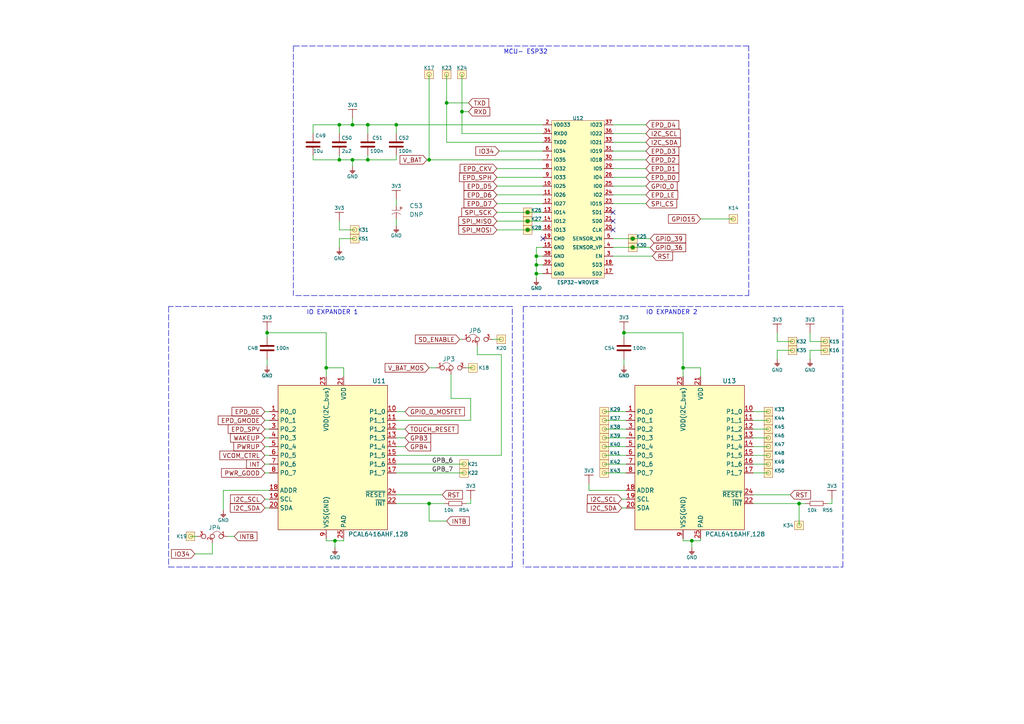
<source format=kicad_sch>
(kicad_sch (version 20211123) (generator eeschema)

  (uuid 101b0da8-9cd6-484e-aa0b-96cf525444c4)

  (paper "A4")

  (title_block
    (title "Soldered Inkplate 6PLUS")
    (date "2022-12-09")
    (rev "V1.2.0.")
    (company "SOLDERED")
    (comment 1 "333235")
  )

  (lib_symbols
    (symbol "e-radionica.com schematics:0603C" (pin_numbers hide) (pin_names (offset 0.002)) (in_bom yes) (on_board yes)
      (property "Reference" "C" (id 0) (at 0 3.81 0)
        (effects (font (size 1 1)))
      )
      (property "Value" "0603C" (id 1) (at 0 -3.175 0)
        (effects (font (size 1 1)))
      )
      (property "Footprint" "e-radionica.com footprinti:0603C" (id 2) (at 0.635 -4.445 0)
        (effects (font (size 1 1)) hide)
      )
      (property "Datasheet" "" (id 3) (at 0 0 0)
        (effects (font (size 1 1)) hide)
      )
      (symbol "0603C_0_1"
        (polyline
          (pts
            (xy -0.635 1.905)
            (xy -0.635 -1.905)
          )
          (stroke (width 0.5) (type default) (color 0 0 0 0))
          (fill (type none))
        )
        (polyline
          (pts
            (xy 0.635 1.905)
            (xy 0.635 -1.905)
          )
          (stroke (width 0.5) (type default) (color 0 0 0 0))
          (fill (type none))
        )
      )
      (symbol "0603C_1_1"
        (pin passive line (at -3.175 0 0) (length 2.54)
          (name "~" (effects (font (size 1.27 1.27))))
          (number "1" (effects (font (size 1.27 1.27))))
        )
        (pin passive line (at 3.175 0 180) (length 2.54)
          (name "~" (effects (font (size 1.27 1.27))))
          (number "2" (effects (font (size 1.27 1.27))))
        )
      )
    )
    (symbol "e-radionica.com schematics:0603R" (pin_numbers hide) (pin_names (offset 0.254)) (in_bom yes) (on_board yes)
      (property "Reference" "R" (id 0) (at 0 1.27 0)
        (effects (font (size 1 1)))
      )
      (property "Value" "0603R" (id 1) (at 0 -1.905 0)
        (effects (font (size 1 1)))
      )
      (property "Footprint" "e-radionica.com footprinti:0603R" (id 2) (at 0 -3.81 0)
        (effects (font (size 1 1)) hide)
      )
      (property "Datasheet" "" (id 3) (at -0.635 1.905 0)
        (effects (font (size 1 1)) hide)
      )
      (symbol "0603R_0_1"
        (rectangle (start -1.905 -0.635) (end 1.905 -0.6604)
          (stroke (width 0.1) (type default) (color 0 0 0 0))
          (fill (type none))
        )
        (rectangle (start -1.905 0.635) (end -1.8796 -0.635)
          (stroke (width 0.1) (type default) (color 0 0 0 0))
          (fill (type none))
        )
        (rectangle (start -1.905 0.635) (end 1.905 0.6096)
          (stroke (width 0.1) (type default) (color 0 0 0 0))
          (fill (type none))
        )
        (rectangle (start 1.905 0.635) (end 1.9304 -0.635)
          (stroke (width 0.1) (type default) (color 0 0 0 0))
          (fill (type none))
        )
      )
      (symbol "0603R_1_1"
        (pin passive line (at -3.175 0 0) (length 1.27)
          (name "~" (effects (font (size 1.27 1.27))))
          (number "1" (effects (font (size 1.27 1.27))))
        )
        (pin passive line (at 3.175 0 180) (length 1.27)
          (name "~" (effects (font (size 1.27 1.27))))
          (number "2" (effects (font (size 1.27 1.27))))
        )
      )
    )
    (symbol "e-radionica.com schematics:1206C" (pin_numbers hide) (in_bom yes) (on_board yes)
      (property "Reference" "C" (id 0) (at 0 3.81 0)
        (effects (font (size 1 1)))
      )
      (property "Value" "1206C" (id 1) (at 0 -3.175 0)
        (effects (font (size 1 1)))
      )
      (property "Footprint" "e-radionica.com footprinti:1206C" (id 2) (at 0 -5.08 0)
        (effects (font (size 1 1)) hide)
      )
      (property "Datasheet" "" (id 3) (at 0 0 0)
        (effects (font (size 1 1)) hide)
      )
      (symbol "1206C_0_1"
        (polyline
          (pts
            (xy -0.635 1.905)
            (xy -0.635 -1.905)
          )
          (stroke (width 0.5) (type default) (color 0 0 0 0))
          (fill (type none))
        )
        (polyline
          (pts
            (xy 0.635 1.905)
            (xy 0.635 -1.905)
          )
          (stroke (width 0.5) (type default) (color 0 0 0 0))
          (fill (type none))
        )
      )
      (symbol "1206C_1_1"
        (pin passive line (at -3.175 0 0) (length 2.54)
          (name "~" (effects (font (size 1.27 1.27))))
          (number "1" (effects (font (size 1.27 1.27))))
        )
        (pin passive line (at 3.175 0 180) (length 2.54)
          (name "~" (effects (font (size 1.27 1.27))))
          (number "2" (effects (font (size 1.27 1.27))))
        )
      )
    )
    (symbol "e-radionica.com schematics:2917C" (pin_numbers hide) (pin_names hide) (in_bom yes) (on_board yes)
      (property "Reference" "C?" (id 0) (at 0 0 0)
        (effects (font (size 1.27 1.27)))
      )
      (property "Value" "2917C" (id 1) (at 0 0 0)
        (effects (font (size 1.27 1.27)))
      )
      (property "Footprint" "e-radionica.com footprinti:2917C" (id 2) (at 0 0 0)
        (effects (font (size 1.27 1.27)) hide)
      )
      (property "Datasheet" "" (id 3) (at 0 0 0)
        (effects (font (size 1.27 1.27)) hide)
      )
      (property "ki_description" "TANTAL CAP" (id 4) (at 0 0 0)
        (effects (font (size 1.27 1.27)) hide)
      )
      (symbol "2917C_0_0"
        (text "+" (at -0.635 -1.27 0)
          (effects (font (size 1 1)))
        )
      )
      (symbol "2917C_0_1"
        (polyline
          (pts
            (xy 0 -3.81)
            (xy 0 -1.27)
          )
          (stroke (width 0.1) (type default) (color 0 0 0 0))
          (fill (type none))
        )
        (arc (start 1.2699 -1.27) (mid 0.7439 -2.54) (end 1.2699 -3.81)
          (stroke (width 0.1) (type default) (color 0 0 0 0))
          (fill (type none))
        )
      )
      (symbol "2917C_1_1"
        (pin input line (at -1.27 -2.54 0) (length 1.27)
          (name "+" (effects (font (size 1.27 1.27))))
          (number "1" (effects (font (size 1.27 1.27))))
        )
        (pin input line (at 2.54 -2.54 180) (length 1.8)
          (name "-" (effects (font (size 1.27 1.27))))
          (number "2" (effects (font (size 1.27 1.27))))
        )
      )
    )
    (symbol "e-radionica.com schematics:3V3" (power) (pin_names (offset 0)) (in_bom yes) (on_board yes)
      (property "Reference" "#PWR" (id 0) (at 4.445 0 0)
        (effects (font (size 1 1)) hide)
      )
      (property "Value" "3V3" (id 1) (at 0 3.556 0)
        (effects (font (size 1 1)))
      )
      (property "Footprint" "" (id 2) (at 4.445 3.81 0)
        (effects (font (size 1 1)) hide)
      )
      (property "Datasheet" "" (id 3) (at 4.445 3.81 0)
        (effects (font (size 1 1)) hide)
      )
      (property "ki_keywords" "power-flag" (id 4) (at 0 0 0)
        (effects (font (size 1.27 1.27)) hide)
      )
      (property "ki_description" "Power symbol creates a global label with name \"3V3\"" (id 5) (at 0 0 0)
        (effects (font (size 1.27 1.27)) hide)
      )
      (symbol "3V3_0_1"
        (polyline
          (pts
            (xy -1.27 2.54)
            (xy 1.27 2.54)
          )
          (stroke (width 0.16) (type default) (color 0 0 0 0))
          (fill (type none))
        )
        (polyline
          (pts
            (xy 0 0)
            (xy 0 2.54)
          )
          (stroke (width 0) (type default) (color 0 0 0 0))
          (fill (type none))
        )
      )
      (symbol "3V3_1_1"
        (pin power_in line (at 0 0 90) (length 0) hide
          (name "3V3" (effects (font (size 1.27 1.27))))
          (number "1" (effects (font (size 1.27 1.27))))
        )
      )
    )
    (symbol "e-radionica.com schematics:ESP32-WROVER" (in_bom yes) (on_board yes)
      (property "Reference" "U" (id 0) (at -6.35 25.4 0)
        (effects (font (size 1 1)))
      )
      (property "Value" "ESP32-WROVER" (id 1) (at 0 -22.86 0)
        (effects (font (size 1 1)))
      )
      (property "Footprint" "e-radionica.com footprinti:ESP32-WROVER" (id 2) (at 0 -24.13 0)
        (effects (font (size 1 1)) hide)
      )
      (property "Datasheet" "" (id 3) (at 0 0 0)
        (effects (font (size 1 1)) hide)
      )
      (symbol "ESP32-WROVER_0_1"
        (rectangle (start -7.62 24.13) (end 7.62 -21.59)
          (stroke (width 0.001) (type default) (color 0 0 0 0))
          (fill (type background))
        )
      )
      (symbol "ESP32-WROVER_1_1"
        (pin power_in line (at -10.16 -20.32 0) (length 2.54)
          (name "GND" (effects (font (size 1 1))))
          (number "1" (effects (font (size 1 1))))
        )
        (pin bidirectional line (at -10.16 5.08 0) (length 2.54)
          (name "IO25" (effects (font (size 1 1))))
          (number "10" (effects (font (size 1 1))))
        )
        (pin bidirectional line (at -10.16 2.54 0) (length 2.54)
          (name "IO26" (effects (font (size 1 1))))
          (number "11" (effects (font (size 1 1))))
        )
        (pin bidirectional line (at -10.16 0 0) (length 2.54)
          (name "IO27" (effects (font (size 1 1))))
          (number "12" (effects (font (size 1 1))))
        )
        (pin bidirectional line (at -10.16 -2.54 0) (length 2.54)
          (name "IO14" (effects (font (size 1 1))))
          (number "13" (effects (font (size 1 1))))
        )
        (pin bidirectional line (at -10.16 -5.08 0) (length 2.54)
          (name "IO12" (effects (font (size 1 1))))
          (number "14" (effects (font (size 1 1))))
        )
        (pin power_in line (at -10.16 -12.7 0) (length 2.54)
          (name "GND" (effects (font (size 1 1))))
          (number "15" (effects (font (size 1 1))))
        )
        (pin bidirectional line (at -10.16 -7.62 0) (length 2.54)
          (name "IO13" (effects (font (size 1 1))))
          (number "16" (effects (font (size 1 1))))
        )
        (pin bidirectional line (at 10.16 -20.32 180) (length 2.54)
          (name "SD2" (effects (font (size 1 1))))
          (number "17" (effects (font (size 1 1))))
        )
        (pin bidirectional line (at 10.16 -17.78 180) (length 2.54)
          (name "SD3" (effects (font (size 1 1))))
          (number "18" (effects (font (size 1 1))))
        )
        (pin bidirectional line (at -10.16 -10.16 0) (length 2.54)
          (name "CMD" (effects (font (size 1 1))))
          (number "19" (effects (font (size 1 1))))
        )
        (pin power_in line (at -10.16 22.86 0) (length 2.54)
          (name "VDD33" (effects (font (size 1 1))))
          (number "2" (effects (font (size 1 1))))
        )
        (pin bidirectional line (at 10.16 -7.62 180) (length 2.54)
          (name "CLK" (effects (font (size 1 1))))
          (number "20" (effects (font (size 1 1))))
        )
        (pin bidirectional line (at 10.16 -5.08 180) (length 2.54)
          (name "SD0" (effects (font (size 1 1))))
          (number "21" (effects (font (size 1 1))))
        )
        (pin bidirectional line (at 10.16 -2.54 180) (length 2.54)
          (name "SD1" (effects (font (size 1 1))))
          (number "22" (effects (font (size 1 1))))
        )
        (pin bidirectional line (at 10.16 0 180) (length 2.54)
          (name "IO15" (effects (font (size 1 1))))
          (number "23" (effects (font (size 1 1))))
        )
        (pin bidirectional line (at 10.16 2.54 180) (length 2.54)
          (name "IO2" (effects (font (size 1 1))))
          (number "24" (effects (font (size 1 1))))
        )
        (pin bidirectional line (at 10.16 5.08 180) (length 2.54)
          (name "IO0" (effects (font (size 1 1))))
          (number "25" (effects (font (size 1 1))))
        )
        (pin bidirectional line (at 10.16 7.62 180) (length 2.54)
          (name "IO4" (effects (font (size 1 1))))
          (number "26" (effects (font (size 1 1))))
        )
        (pin bidirectional line (at 10.16 10.16 180) (length 2.54)
          (name "IO5" (effects (font (size 1 1))))
          (number "29" (effects (font (size 1 1))))
        )
        (pin bidirectional line (at 10.16 -15.24 180) (length 2.54)
          (name "EN" (effects (font (size 1 1))))
          (number "3" (effects (font (size 1 1))))
        )
        (pin bidirectional line (at 10.16 12.7 180) (length 2.54)
          (name "IO18" (effects (font (size 1 1))))
          (number "30" (effects (font (size 1 1))))
        )
        (pin bidirectional line (at 10.16 15.24 180) (length 2.54)
          (name "IO19" (effects (font (size 1 1))))
          (number "31" (effects (font (size 1 1))))
        )
        (pin bidirectional line (at 10.16 17.78 180) (length 2.54)
          (name "IO21" (effects (font (size 1 1))))
          (number "33" (effects (font (size 1 1))))
        )
        (pin bidirectional line (at -10.16 20.32 0) (length 2.54)
          (name "RXD0" (effects (font (size 1 1))))
          (number "34" (effects (font (size 1 1))))
        )
        (pin bidirectional line (at -10.16 17.78 0) (length 2.54)
          (name "TXD0" (effects (font (size 1 1))))
          (number "35" (effects (font (size 1 1))))
        )
        (pin bidirectional line (at 10.16 20.32 180) (length 2.54)
          (name "IO22" (effects (font (size 1 1))))
          (number "36" (effects (font (size 1 1))))
        )
        (pin bidirectional line (at 10.16 22.86 180) (length 2.54)
          (name "IO23" (effects (font (size 1 1))))
          (number "37" (effects (font (size 1 1))))
        )
        (pin power_in line (at -10.16 -15.24 0) (length 2.54)
          (name "GND" (effects (font (size 1 1))))
          (number "38" (effects (font (size 1 1))))
        )
        (pin power_in line (at -10.16 -17.78 0) (length 2.54)
          (name "GND" (effects (font (size 1 1))))
          (number "39" (effects (font (size 1 1))))
        )
        (pin bidirectional line (at 10.16 -12.7 180) (length 2.54)
          (name "SENSOR_VP" (effects (font (size 1 1))))
          (number "4" (effects (font (size 1 1))))
        )
        (pin bidirectional line (at 10.16 -10.16 180) (length 2.54)
          (name "SENSOR_VN" (effects (font (size 1 1))))
          (number "5" (effects (font (size 1 1))))
        )
        (pin bidirectional line (at -10.16 15.24 0) (length 2.54)
          (name "IO34" (effects (font (size 1 1))))
          (number "6" (effects (font (size 1 1))))
        )
        (pin bidirectional line (at -10.16 12.7 0) (length 2.54)
          (name "IO35" (effects (font (size 1 1))))
          (number "7" (effects (font (size 1 1))))
        )
        (pin bidirectional line (at -10.16 10.16 0) (length 2.54)
          (name "IO32" (effects (font (size 1 1))))
          (number "8" (effects (font (size 1 1))))
        )
        (pin bidirectional line (at -10.16 7.62 0) (length 2.54)
          (name "IO33" (effects (font (size 1 1))))
          (number "9" (effects (font (size 1 1))))
        )
      )
    )
    (symbol "e-radionica.com schematics:GND" (power) (pin_names (offset 0)) (in_bom yes) (on_board yes)
      (property "Reference" "#PWR" (id 0) (at 4.445 0 0)
        (effects (font (size 1 1)) hide)
      )
      (property "Value" "GND" (id 1) (at 0 -2.921 0)
        (effects (font (size 1 1)))
      )
      (property "Footprint" "" (id 2) (at 4.445 3.81 0)
        (effects (font (size 1 1)) hide)
      )
      (property "Datasheet" "" (id 3) (at 4.445 3.81 0)
        (effects (font (size 1 1)) hide)
      )
      (property "ki_keywords" "power-flag" (id 4) (at 0 0 0)
        (effects (font (size 1.27 1.27)) hide)
      )
      (property "ki_description" "Power symbol creates a global label with name \"GND\"" (id 5) (at 0 0 0)
        (effects (font (size 1.27 1.27)) hide)
      )
      (symbol "GND_0_1"
        (polyline
          (pts
            (xy -0.762 -1.27)
            (xy 0.762 -1.27)
          )
          (stroke (width 0.16) (type default) (color 0 0 0 0))
          (fill (type none))
        )
        (polyline
          (pts
            (xy -0.635 -1.524)
            (xy 0.635 -1.524)
          )
          (stroke (width 0.16) (type default) (color 0 0 0 0))
          (fill (type none))
        )
        (polyline
          (pts
            (xy -0.381 -1.778)
            (xy 0.381 -1.778)
          )
          (stroke (width 0.16) (type default) (color 0 0 0 0))
          (fill (type none))
        )
        (polyline
          (pts
            (xy -0.127 -2.032)
            (xy 0.127 -2.032)
          )
          (stroke (width 0.16) (type default) (color 0 0 0 0))
          (fill (type none))
        )
        (polyline
          (pts
            (xy 0 0)
            (xy 0 -1.27)
          )
          (stroke (width 0.16) (type default) (color 0 0 0 0))
          (fill (type none))
        )
      )
      (symbol "GND_1_1"
        (pin power_in line (at 0 0 270) (length 0) hide
          (name "GND" (effects (font (size 1.27 1.27))))
          (number "1" (effects (font (size 1.27 1.27))))
        )
      )
    )
    (symbol "e-radionica.com schematics:HEADER_MALE_1X1_Inkplate" (pin_numbers hide) (pin_names hide) (in_bom yes) (on_board yes)
      (property "Reference" "K" (id 0) (at 0 2.54 0)
        (effects (font (size 1 1)))
      )
      (property "Value" "HEADER_MALE_1X1_Inkplate" (id 1) (at 0 -2.54 0)
        (effects (font (size 1 1)))
      )
      (property "Footprint" "e-radionica.com footprinti:HEADER_MALE_1X1_Inkplate" (id 2) (at 0 -5.08 0)
        (effects (font (size 1 1)) hide)
      )
      (property "Datasheet" "" (id 3) (at 0 0 0)
        (effects (font (size 1 1)) hide)
      )
      (symbol "HEADER_MALE_1X1_Inkplate_0_1"
        (rectangle (start -1.27 1.27) (end 1.27 -1.27)
          (stroke (width 0.001) (type default) (color 0 0 0 0))
          (fill (type background))
        )
        (circle (center 0 0) (radius 0.635)
          (stroke (width 0.0006) (type default) (color 0 0 0 0))
          (fill (type none))
        )
      )
      (symbol "HEADER_MALE_1X1_Inkplate_1_1"
        (pin passive line (at 0 0 180) (length 0)
          (name "~" (effects (font (size 1 1))))
          (number "1" (effects (font (size 1 1))))
        )
      )
    )
    (symbol "e-radionica.com schematics:PCAL6416AHF,128" (in_bom yes) (on_board yes)
      (property "Reference" "U" (id 0) (at 1.27 -5.08 0)
        (effects (font (size 1.27 1.27)))
      )
      (property "Value" "PCAL6416AHF,128" (id 1) (at 1.27 0 0)
        (effects (font (size 1.27 1.27)))
      )
      (property "Footprint" "e-radionica.com footprinti:PCAL6416AHF,128" (id 2) (at 0 31.75 0)
        (effects (font (size 1.27 1.27)) hide)
      )
      (property "Datasheet" "" (id 3) (at -15.24 11.43 0)
        (effects (font (size 1.27 1.27)) hide)
      )
      (symbol "PCAL6416AHF,128_0_0"
        (rectangle (start -15.24 20.32) (end 16.51 -21.59)
          (stroke (width 0) (type default) (color 0 0 0 0))
          (fill (type background))
        )
        (pin passive line (at 3.81 -24.13 90) (length 2.54)
          (name "PAD" (effects (font (size 1.27 1.27))))
          (number "25" (effects (font (size 1.27 1.27))))
        )
      )
      (symbol "PCAL6416AHF,128_1_1"
        (pin passive line (at -17.78 12.7 0) (length 2.54)
          (name "P0_0" (effects (font (size 1.27 1.27))))
          (number "1" (effects (font (size 1.27 1.27))))
        )
        (pin passive line (at 19.05 12.7 180) (length 2.54)
          (name "P1_0" (effects (font (size 1.27 1.27))))
          (number "10" (effects (font (size 1.27 1.27))))
        )
        (pin passive line (at 19.05 10.16 180) (length 2.54)
          (name "P1_1" (effects (font (size 1.27 1.27))))
          (number "11" (effects (font (size 1.27 1.27))))
        )
        (pin passive line (at 19.05 7.62 180) (length 2.54)
          (name "P1_2" (effects (font (size 1.27 1.27))))
          (number "12" (effects (font (size 1.27 1.27))))
        )
        (pin passive line (at 19.05 5.08 180) (length 2.54)
          (name "P1_3" (effects (font (size 1.27 1.27))))
          (number "13" (effects (font (size 1.27 1.27))))
        )
        (pin passive line (at 19.05 2.54 180) (length 2.54)
          (name "P1_4" (effects (font (size 1.27 1.27))))
          (number "14" (effects (font (size 1.27 1.27))))
        )
        (pin passive line (at 19.05 0 180) (length 2.54)
          (name "P1_5" (effects (font (size 1.27 1.27))))
          (number "15" (effects (font (size 1.27 1.27))))
        )
        (pin passive line (at 19.05 -2.54 180) (length 2.54)
          (name "P1_6" (effects (font (size 1.27 1.27))))
          (number "16" (effects (font (size 1.27 1.27))))
        )
        (pin passive line (at 19.05 -5.08 180) (length 2.54)
          (name "P1_7" (effects (font (size 1.27 1.27))))
          (number "17" (effects (font (size 1.27 1.27))))
        )
        (pin passive line (at -17.78 -10.16 0) (length 2.54)
          (name "ADDR" (effects (font (size 1.27 1.27))))
          (number "18" (effects (font (size 1.27 1.27))))
        )
        (pin passive line (at -17.78 -12.7 0) (length 2.54)
          (name "SCL" (effects (font (size 1.27 1.27))))
          (number "19" (effects (font (size 1.27 1.27))))
        )
        (pin passive line (at -17.78 10.16 0) (length 2.54)
          (name "P0_1" (effects (font (size 1.27 1.27))))
          (number "2" (effects (font (size 1.27 1.27))))
        )
        (pin passive line (at -17.78 -15.24 0) (length 2.54)
          (name "SDA" (effects (font (size 1.27 1.27))))
          (number "20" (effects (font (size 1.27 1.27))))
        )
        (pin passive line (at 3.81 22.86 270) (length 2.54)
          (name "VDD" (effects (font (size 1.27 1.27))))
          (number "21" (effects (font (size 1.27 1.27))))
        )
        (pin passive line (at 19.05 -13.97 180) (length 2.54)
          (name "~{INT}" (effects (font (size 1.27 1.27))))
          (number "22" (effects (font (size 1.27 1.27))))
        )
        (pin passive line (at -1.27 22.86 270) (length 2.54)
          (name "VDD(I2C_bus)" (effects (font (size 1.27 1.27))))
          (number "23" (effects (font (size 1.27 1.27))))
        )
        (pin passive line (at 19.05 -11.43 180) (length 2.54)
          (name "~{RESET}" (effects (font (size 1.27 1.27))))
          (number "24" (effects (font (size 1.27 1.27))))
        )
        (pin passive line (at -17.78 7.62 0) (length 2.54)
          (name "P0_2" (effects (font (size 1.27 1.27))))
          (number "3" (effects (font (size 1.27 1.27))))
        )
        (pin passive line (at -17.78 5.08 0) (length 2.54)
          (name "P0_3" (effects (font (size 1.27 1.27))))
          (number "4" (effects (font (size 1.27 1.27))))
        )
        (pin passive line (at -17.78 2.54 0) (length 2.54)
          (name "P0_4" (effects (font (size 1.27 1.27))))
          (number "5" (effects (font (size 1.27 1.27))))
        )
        (pin passive line (at -17.78 0 0) (length 2.54)
          (name "P0_5" (effects (font (size 1.27 1.27))))
          (number "6" (effects (font (size 1.27 1.27))))
        )
        (pin passive line (at -17.78 -2.54 0) (length 2.54)
          (name "P0_6" (effects (font (size 1.27 1.27))))
          (number "7" (effects (font (size 1.27 1.27))))
        )
        (pin passive line (at -17.78 -5.08 0) (length 2.54)
          (name "P0_7" (effects (font (size 1.27 1.27))))
          (number "8" (effects (font (size 1.27 1.27))))
        )
        (pin passive line (at -1.27 -24.13 90) (length 2.54)
          (name "VSS(GND)" (effects (font (size 1.27 1.27))))
          (number "9" (effects (font (size 1.27 1.27))))
        )
      )
    )
    (symbol "e-radionica.com schematics:SMD_JUMPER_3_PAD_CONNECTED_LEFT_TRACE" (in_bom yes) (on_board yes)
      (property "Reference" "JP" (id 0) (at 0 3.81 0)
        (effects (font (size 1.27 1.27)))
      )
      (property "Value" "SMD_JUMPER_3_PAD_CONNECTED_LEFT_TRACE" (id 1) (at -1.27 -7.62 0)
        (effects (font (size 1.27 1.27)) hide)
      )
      (property "Footprint" "e-radionica.com footprinti:SMD_JUMPER_3_PAD_CONNECTED_LEFT_TRACE" (id 2) (at 2.54 -12.7 0)
        (effects (font (size 1.27 1.27)) hide)
      )
      (property "Datasheet" "" (id 3) (at 0 0 0)
        (effects (font (size 1.27 1.27)) hide)
      )
      (symbol "SMD_JUMPER_3_PAD_CONNECTED_LEFT_TRACE_0_1"
        (arc (start -0.635 0.5842) (mid -1.9346 1.472) (end -3.2512 0.6096)
          (stroke (width 0.1) (type default) (color 0 0 0 0))
          (fill (type none))
        )
      )
      (symbol "SMD_JUMPER_3_PAD_CONNECTED_LEFT_TRACE_1_1"
        (pin passive inverted (at -5.08 0 0) (length 2.54)
          (name "" (effects (font (size 1 1))))
          (number "1" (effects (font (size 1 1))))
        )
        (pin passive inverted (at -0.635 -1.905 90) (length 2.54)
          (name "" (effects (font (size 1 1))))
          (number "2" (effects (font (size 1 1))))
        )
        (pin passive inverted (at 3.81 0 180) (length 2.54)
          (name "" (effects (font (size 1 1))))
          (number "3" (effects (font (size 1 1))))
        )
      )
    )
  )

  (junction (at 102.235 46.355) (diameter 0) (color 0 0 0 0)
    (uuid 036521e8-053a-4203-a629-aa549b439669)
  )
  (junction (at 124.46 46.355) (diameter 0) (color 0 0 0 0)
    (uuid 10e663e0-c484-434e-955b-666a4f5c9440)
  )
  (junction (at 133.985 32.385) (diameter 0) (color 0 0 0 0)
    (uuid 1c76aae3-bd94-4b78-a171-6b6542da96a4)
  )
  (junction (at 102.235 36.195) (diameter 0) (color 0 0 0 0)
    (uuid 2181f3c4-7b25-4a42-8151-03073e578aad)
  )
  (junction (at 183.515 69.215) (diameter 0) (color 0 0 0 0)
    (uuid 3006c051-e9e3-4ec2-840b-2be5256d5d9d)
  )
  (junction (at 114.935 36.195) (diameter 0) (color 0 0 0 0)
    (uuid 436380ef-eb67-41d2-b49c-775d7b30de6b)
  )
  (junction (at 155.575 76.835) (diameter 0) (color 0 0 0 0)
    (uuid 454054c9-ac2a-4f5f-b727-654c8661ba2c)
  )
  (junction (at 97.155 156.845) (diameter 0) (color 0 0 0 0)
    (uuid 4eaf7bde-9187-4403-9c38-3e76b3a73326)
  )
  (junction (at 200.66 156.845) (diameter 0) (color 0 0 0 0)
    (uuid 536f57ab-cd30-4e42-86e2-b9364af29915)
  )
  (junction (at 153.035 64.135) (diameter 0) (color 0 0 0 0)
    (uuid 6238e038-0e45-47ab-9cc3-0be6bceea14e)
  )
  (junction (at 124.46 146.05) (diameter 0) (color 0 0 0 0)
    (uuid 78000868-95af-4977-9dab-9f5422de5103)
  )
  (junction (at 98.425 46.355) (diameter 0) (color 0 0 0 0)
    (uuid 7894ee89-0fb8-4a46-853a-b9d3e3bebcad)
  )
  (junction (at 155.575 74.295) (diameter 0) (color 0 0 0 0)
    (uuid a1fb07f2-1252-4eec-985d-afb944bb4c30)
  )
  (junction (at 106.68 36.195) (diameter 0) (color 0 0 0 0)
    (uuid a5d98dcc-0781-462c-bf15-fbd455a9d2bc)
  )
  (junction (at 129.54 29.845) (diameter 0) (color 0 0 0 0)
    (uuid a7518f6b-4726-410d-8c01-d71305828666)
  )
  (junction (at 94.615 106.68) (diameter 0) (color 0 0 0 0)
    (uuid a800722f-405c-4b2b-bd34-dc1dd9db451d)
  )
  (junction (at 155.575 79.375) (diameter 0) (color 0 0 0 0)
    (uuid bada0e9c-5863-4f75-b077-d9d895f8bc2a)
  )
  (junction (at 198.12 106.68) (diameter 0) (color 0 0 0 0)
    (uuid bfa7f545-e4a1-4d2e-a300-da0bb3cbebf6)
  )
  (junction (at 153.035 61.595) (diameter 0) (color 0 0 0 0)
    (uuid c8a9a840-61f1-488a-bd3c-3e51b5e61727)
  )
  (junction (at 98.425 36.195) (diameter 0) (color 0 0 0 0)
    (uuid c92c0f87-cf62-4291-9530-f78a5f90bcb0)
  )
  (junction (at 231.775 146.05) (diameter 0) (color 0 0 0 0)
    (uuid cb8a60e1-f363-4bb8-b6e3-7c9a46a3b83b)
  )
  (junction (at 180.975 96.52) (diameter 0) (color 0 0 0 0)
    (uuid cbe36fd5-f13a-47a4-9234-0b32e597f020)
  )
  (junction (at 77.47 96.52) (diameter 0) (color 0 0 0 0)
    (uuid d3fd1f54-abed-400d-9378-a6c4647ce8d0)
  )
  (junction (at 153.035 66.675) (diameter 0) (color 0 0 0 0)
    (uuid e78e7eeb-c16e-44fc-9e1b-4e6d955f172f)
  )
  (junction (at 183.515 71.755) (diameter 0) (color 0 0 0 0)
    (uuid f27ca822-3822-47b7-8f3a-93725d044a8b)
  )
  (junction (at 106.68 46.355) (diameter 0) (color 0 0 0 0)
    (uuid fb021fff-0469-42d2-bf06-8f04cf8e28b1)
  )

  (no_connect (at 177.8 61.595) (uuid 6e6dfd0e-dbb7-4afa-81ac-ccc036ffcad2))
  (no_connect (at 157.48 69.215) (uuid 7e0a459b-abcd-46da-b74f-d39bc225048d))
  (no_connect (at 177.8 64.135) (uuid 8ff370d7-1765-4011-b9df-fd78d27361b1))
  (no_connect (at 177.8 66.675) (uuid d55a359f-4969-49ff-bd19-16164a816dd9))

  (wire (pts (xy 77.47 104.14) (xy 77.47 106.045))
    (stroke (width 0) (type default) (color 0 0 0 0))
    (uuid 015a3b29-dd1a-4022-a56c-91fd0a153364)
  )
  (wire (pts (xy 225.425 99.06) (xy 229.87 99.06))
    (stroke (width 0) (type default) (color 0 0 0 0))
    (uuid 02e59cfb-beab-4e55-a7e8-f29d4c0fa765)
  )
  (wire (pts (xy 129.54 29.845) (xy 129.54 41.275))
    (stroke (width 0) (type default) (color 0 0 0 0))
    (uuid 05027692-ac94-4151-b975-0e9a966ec1a9)
  )
  (wire (pts (xy 98.425 36.195) (xy 90.805 36.195))
    (stroke (width 0) (type default) (color 0 0 0 0))
    (uuid 07ee791d-450c-4bdb-b268-f61fa3e4679b)
  )
  (wire (pts (xy 102.235 46.355) (xy 102.235 48.26))
    (stroke (width 0) (type default) (color 0 0 0 0))
    (uuid 08434f06-5eba-4d5e-adae-e14251b8406f)
  )
  (wire (pts (xy 218.44 119.38) (xy 222.885 119.38))
    (stroke (width 0) (type default) (color 0 0 0 0))
    (uuid 0bc5473f-f7b0-4b56-8449-2ef3f2be6008)
  )
  (wire (pts (xy 138.43 102.87) (xy 145.415 102.87))
    (stroke (width 0) (type default) (color 0 0 0 0))
    (uuid 0c6ca334-2924-4b1e-a9bc-1c07d1182c6b)
  )
  (polyline (pts (xy 217.17 85.725) (xy 217.17 13.335))
    (stroke (width 0) (type default) (color 0 0 0 0))
    (uuid 101ce8e0-4cc9-407c-b684-0f90458477a1)
  )

  (wire (pts (xy 180.34 147.32) (xy 181.61 147.32))
    (stroke (width 0) (type default) (color 0 0 0 0))
    (uuid 11d8a89f-6974-43a8-93dd-c579949d284d)
  )
  (wire (pts (xy 175.26 134.62) (xy 181.61 134.62))
    (stroke (width 0) (type default) (color 0 0 0 0))
    (uuid 12ad60bb-0622-486e-a0fe-0a7c62993ff3)
  )
  (wire (pts (xy 180.975 96.52) (xy 198.12 96.52))
    (stroke (width 0) (type default) (color 0 0 0 0))
    (uuid 12b360db-bf73-41e0-8302-718a2a4979f2)
  )
  (wire (pts (xy 180.975 95.885) (xy 180.975 96.52))
    (stroke (width 0) (type default) (color 0 0 0 0))
    (uuid 15a87df3-8273-400c-972c-24f1256bc1d1)
  )
  (wire (pts (xy 177.8 71.755) (xy 183.515 71.755))
    (stroke (width 0) (type default) (color 0 0 0 0))
    (uuid 1a4a3cbb-573f-4133-b15d-ebe5c82c1417)
  )
  (wire (pts (xy 98.425 66.675) (xy 102.87 66.675))
    (stroke (width 0) (type default) (color 0 0 0 0))
    (uuid 1bb8725c-93f6-4363-a009-b65709a5db6f)
  )
  (wire (pts (xy 114.935 143.51) (xy 128.27 143.51))
    (stroke (width 0) (type default) (color 0 0 0 0))
    (uuid 1bc25762-a4f7-4a9a-8b82-0fbff108056b)
  )
  (wire (pts (xy 98.425 46.355) (xy 102.235 46.355))
    (stroke (width 0) (type default) (color 0 0 0 0))
    (uuid 1c8c4cbd-5780-4402-8865-42fcbfe1a36a)
  )
  (wire (pts (xy 114.935 63.5) (xy 114.935 65.405))
    (stroke (width 0) (type default) (color 0 0 0 0))
    (uuid 1ffc62c3-7a11-4a3c-9297-97dddf74b43a)
  )
  (wire (pts (xy 130.81 115.57) (xy 136.525 115.57))
    (stroke (width 0) (type default) (color 0 0 0 0))
    (uuid 20f3c709-1f27-4ca7-81c6-0c556fb0161d)
  )
  (polyline (pts (xy 85.09 13.335) (xy 85.09 85.725))
    (stroke (width 0) (type default) (color 0 0 0 0))
    (uuid 2250da76-9bd6-45ba-8185-0e064f03376b)
  )

  (wire (pts (xy 114.935 127) (xy 117.475 127))
    (stroke (width 0) (type default) (color 0 0 0 0))
    (uuid 236877c6-4f2e-4c14-a369-88628028fa0e)
  )
  (wire (pts (xy 144.145 59.055) (xy 157.48 59.055))
    (stroke (width 0) (type default) (color 0 0 0 0))
    (uuid 242aa1b7-111a-4424-b7e9-c5bbe08db011)
  )
  (wire (pts (xy 218.44 134.62) (xy 222.885 134.62))
    (stroke (width 0) (type default) (color 0 0 0 0))
    (uuid 24a3e5e1-c9e8-49de-b670-12530859474f)
  )
  (wire (pts (xy 175.26 119.38) (xy 181.61 119.38))
    (stroke (width 0) (type default) (color 0 0 0 0))
    (uuid 25fa4947-a5bd-4010-a672-d0f146978be3)
  )
  (wire (pts (xy 98.425 69.215) (xy 102.87 69.215))
    (stroke (width 0) (type default) (color 0 0 0 0))
    (uuid 260208bf-fdfa-456b-907e-d3b49f04d898)
  )
  (wire (pts (xy 76.835 147.32) (xy 78.105 147.32))
    (stroke (width 0) (type default) (color 0 0 0 0))
    (uuid 26572706-6fbf-4659-8cef-99a009524ed6)
  )
  (wire (pts (xy 155.575 79.375) (xy 155.575 80.645))
    (stroke (width 0) (type default) (color 0 0 0 0))
    (uuid 284a0919-63df-43b6-8dbf-84c534855a30)
  )
  (polyline (pts (xy 53.34 164.465) (xy 148.59 164.465))
    (stroke (width 0) (type default) (color 0 0 0 0))
    (uuid 2c6b3b00-faa5-4750-a8e4-81fd6da7f2ad)
  )

  (wire (pts (xy 99.695 156.845) (xy 97.155 156.845))
    (stroke (width 0) (type default) (color 0 0 0 0))
    (uuid 2eb942af-5e75-408f-b77c-b5fa4f3d6a85)
  )
  (wire (pts (xy 144.145 61.595) (xy 153.035 61.595))
    (stroke (width 0) (type default) (color 0 0 0 0))
    (uuid 3283c775-bc13-4d12-98da-204f5fd56753)
  )
  (wire (pts (xy 114.935 57.785) (xy 114.935 59.69))
    (stroke (width 0) (type default) (color 0 0 0 0))
    (uuid 3295d3d0-4b3d-4793-b343-79dc405b0ee4)
  )
  (wire (pts (xy 218.44 146.05) (xy 231.775 146.05))
    (stroke (width 0) (type default) (color 0 0 0 0))
    (uuid 32d88cc8-5515-4eef-88be-1fa26e5d2bed)
  )
  (polyline (pts (xy 151.765 88.9) (xy 151.765 164.465))
    (stroke (width 0) (type default) (color 0 0 0 0))
    (uuid 334f34da-03c8-4920-9214-b353a8b064eb)
  )

  (wire (pts (xy 153.035 61.595) (xy 157.48 61.595))
    (stroke (width 0) (type default) (color 0 0 0 0))
    (uuid 33ddc07c-f7b1-4116-af85-2105c9e72dbb)
  )
  (wire (pts (xy 94.615 156.21) (xy 94.615 156.845))
    (stroke (width 0) (type default) (color 0 0 0 0))
    (uuid 3412f87c-3dcf-4512-a2ac-e89c82f33432)
  )
  (wire (pts (xy 203.2 63.5) (xy 212.725 63.5))
    (stroke (width 0) (type default) (color 0 0 0 0))
    (uuid 370d8bff-1682-4a02-b70a-b4963ab10419)
  )
  (wire (pts (xy 175.26 121.92) (xy 181.61 121.92))
    (stroke (width 0) (type default) (color 0 0 0 0))
    (uuid 3836767f-9b9d-4662-afda-eff63599d8f3)
  )
  (wire (pts (xy 218.44 124.46) (xy 222.885 124.46))
    (stroke (width 0) (type default) (color 0 0 0 0))
    (uuid 3c9ed651-cd49-43b3-aa3f-c0fe8c8e4e5b)
  )
  (wire (pts (xy 90.805 45.085) (xy 90.805 46.355))
    (stroke (width 0) (type default) (color 0 0 0 0))
    (uuid 3eb22940-60d3-4e02-91b9-59b040948098)
  )
  (wire (pts (xy 218.44 127) (xy 222.885 127))
    (stroke (width 0) (type default) (color 0 0 0 0))
    (uuid 4141c485-b15b-4487-b512-d83e4022ef2a)
  )
  (wire (pts (xy 114.935 46.355) (xy 106.68 46.355))
    (stroke (width 0) (type default) (color 0 0 0 0))
    (uuid 415cb61c-288e-4196-82e3-1546852aef16)
  )
  (wire (pts (xy 177.8 41.275) (xy 187.325 41.275))
    (stroke (width 0) (type default) (color 0 0 0 0))
    (uuid 43fd21cd-014d-419c-abbd-98ed194b93bd)
  )
  (wire (pts (xy 198.12 106.68) (xy 198.12 96.52))
    (stroke (width 0) (type default) (color 0 0 0 0))
    (uuid 4478be9d-7536-4272-881c-e49972c4382b)
  )
  (wire (pts (xy 138.43 100.33) (xy 138.43 102.87))
    (stroke (width 0) (type default) (color 0 0 0 0))
    (uuid 449f2da0-d5e4-4e0d-945f-a5b69c45455e)
  )
  (wire (pts (xy 231.775 146.05) (xy 233.68 146.05))
    (stroke (width 0) (type default) (color 0 0 0 0))
    (uuid 456d3d57-6676-49d4-90be-68f4281233a4)
  )
  (wire (pts (xy 177.8 69.215) (xy 183.515 69.215))
    (stroke (width 0) (type default) (color 0 0 0 0))
    (uuid 45af2654-80ce-46e4-9e95-96c2719d5603)
  )
  (wire (pts (xy 99.695 106.68) (xy 94.615 106.68))
    (stroke (width 0) (type default) (color 0 0 0 0))
    (uuid 469b87ae-7d29-41cd-b42a-ef1426302639)
  )
  (wire (pts (xy 153.035 66.675) (xy 157.48 66.675))
    (stroke (width 0) (type default) (color 0 0 0 0))
    (uuid 47fda8c7-2732-418a-a28a-4e026b9c0d47)
  )
  (polyline (pts (xy 85.725 85.725) (xy 217.17 85.725))
    (stroke (width 0) (type default) (color 0 0 0 0))
    (uuid 491cb6aa-fed1-4ee2-af05-810ba60e20a7)
  )

  (wire (pts (xy 144.145 51.435) (xy 157.48 51.435))
    (stroke (width 0) (type default) (color 0 0 0 0))
    (uuid 49472a9b-5f28-4d96-b652-cd51bc4a4005)
  )
  (wire (pts (xy 102.235 34.29) (xy 102.235 36.195))
    (stroke (width 0) (type default) (color 0 0 0 0))
    (uuid 4cc8a180-d575-4032-b317-a2e9a5b323cc)
  )
  (wire (pts (xy 133.985 21.59) (xy 133.985 32.385))
    (stroke (width 0) (type default) (color 0 0 0 0))
    (uuid 4d18f531-6a37-4688-bfa2-3872e87e788f)
  )
  (wire (pts (xy 225.425 96.52) (xy 225.425 99.06))
    (stroke (width 0) (type default) (color 0 0 0 0))
    (uuid 5149a4ea-4412-410c-af79-77ff504485b5)
  )
  (wire (pts (xy 77.47 96.52) (xy 94.615 96.52))
    (stroke (width 0) (type default) (color 0 0 0 0))
    (uuid 53289419-8cf1-4dd4-a182-2f86e9356d00)
  )
  (wire (pts (xy 180.34 144.78) (xy 181.61 144.78))
    (stroke (width 0) (type default) (color 0 0 0 0))
    (uuid 53e573d4-fbea-4112-ab2d-fabfff4beb00)
  )
  (wire (pts (xy 133.985 32.385) (xy 135.89 32.385))
    (stroke (width 0) (type default) (color 0 0 0 0))
    (uuid 53e7dbec-d6cc-4aba-96df-1aa9cf6ff5d6)
  )
  (wire (pts (xy 157.48 36.195) (xy 114.935 36.195))
    (stroke (width 0) (type default) (color 0 0 0 0))
    (uuid 58817024-d5f8-4175-a9dd-de5e9bdb6748)
  )
  (wire (pts (xy 90.805 36.195) (xy 90.805 38.735))
    (stroke (width 0) (type default) (color 0 0 0 0))
    (uuid 59c73eef-4962-4d24-9a04-69e3d09db436)
  )
  (wire (pts (xy 177.8 48.895) (xy 187.325 48.895))
    (stroke (width 0) (type default) (color 0 0 0 0))
    (uuid 5ae49cd2-c7ac-4a94-a18a-1a2c5bb22416)
  )
  (wire (pts (xy 155.575 79.375) (xy 157.48 79.375))
    (stroke (width 0) (type default) (color 0 0 0 0))
    (uuid 5b65b98f-68f8-4ce7-a35e-f4a02932bd7e)
  )
  (wire (pts (xy 99.695 109.22) (xy 99.695 106.68))
    (stroke (width 0) (type default) (color 0 0 0 0))
    (uuid 5db696c0-a2ad-45f2-8463-27ab3b0e32ae)
  )
  (wire (pts (xy 98.425 71.755) (xy 98.425 69.215))
    (stroke (width 0) (type default) (color 0 0 0 0))
    (uuid 5ed9a697-265d-4895-aee8-884bd2875dac)
  )
  (wire (pts (xy 129.54 29.845) (xy 135.89 29.845))
    (stroke (width 0) (type default) (color 0 0 0 0))
    (uuid 5f75f952-b2fb-42cd-8134-a920b93dda7a)
  )
  (wire (pts (xy 234.95 96.52) (xy 234.95 99.06))
    (stroke (width 0) (type default) (color 0 0 0 0))
    (uuid 611af3a9-307e-44fc-ad2e-eb13075b874b)
  )
  (wire (pts (xy 144.145 48.895) (xy 157.48 48.895))
    (stroke (width 0) (type default) (color 0 0 0 0))
    (uuid 62d1740a-e3bb-4d66-ab1b-bb22d05439bf)
  )
  (wire (pts (xy 106.68 36.195) (xy 106.68 38.735))
    (stroke (width 0) (type default) (color 0 0 0 0))
    (uuid 637a7279-ddb4-4f69-8467-60ef8df614fa)
  )
  (wire (pts (xy 130.81 108.585) (xy 130.81 115.57))
    (stroke (width 0) (type default) (color 0 0 0 0))
    (uuid 644e34fe-f232-4af2-9eb7-e74afb5a7c32)
  )
  (wire (pts (xy 175.26 137.16) (xy 181.61 137.16))
    (stroke (width 0) (type default) (color 0 0 0 0))
    (uuid 659efd7f-e0d2-4bba-aa01-1d702de15bf9)
  )
  (wire (pts (xy 198.12 156.21) (xy 198.12 156.845))
    (stroke (width 0) (type default) (color 0 0 0 0))
    (uuid 679a375f-7a40-4dec-a4c2-5997280afb8c)
  )
  (wire (pts (xy 56.515 160.655) (xy 61.595 160.655))
    (stroke (width 0) (type default) (color 0 0 0 0))
    (uuid 68ebe4ac-3a94-4fc0-bf91-e636ad72e96f)
  )
  (wire (pts (xy 203.2 106.68) (xy 198.12 106.68))
    (stroke (width 0) (type default) (color 0 0 0 0))
    (uuid 69622d68-d985-46cc-bbef-f61858c32ec3)
  )
  (wire (pts (xy 144.78 43.815) (xy 157.48 43.815))
    (stroke (width 0) (type default) (color 0 0 0 0))
    (uuid 6cd30f6b-1ce0-4aa7-bc8a-40d9d430dfba)
  )
  (wire (pts (xy 144.145 53.975) (xy 157.48 53.975))
    (stroke (width 0) (type default) (color 0 0 0 0))
    (uuid 6e251ff3-0c54-4ec3-8dbd-579954b8e477)
  )
  (wire (pts (xy 231.775 152.4) (xy 231.775 146.05))
    (stroke (width 0) (type default) (color 0 0 0 0))
    (uuid 6ea547cc-ade1-4a53-ad5d-caefa258898c)
  )
  (wire (pts (xy 183.515 69.215) (xy 188.595 69.215))
    (stroke (width 0) (type default) (color 0 0 0 0))
    (uuid 7159d59f-7bbf-4007-8401-f3693bc7ca11)
  )
  (wire (pts (xy 241.3 144.78) (xy 241.3 146.05))
    (stroke (width 0) (type default) (color 0 0 0 0))
    (uuid 716fb259-fdc8-4a97-81d8-3512b7aebfb2)
  )
  (wire (pts (xy 137.16 106.68) (xy 135.255 106.68))
    (stroke (width 0) (type default) (color 0 0 0 0))
    (uuid 71e01573-8442-4452-9da5-0af1d5c931de)
  )
  (wire (pts (xy 94.615 106.68) (xy 94.615 96.52))
    (stroke (width 0) (type default) (color 0 0 0 0))
    (uuid 72ebe062-c4a6-4beb-a973-1ec3acfb38f2)
  )
  (wire (pts (xy 180.975 104.14) (xy 180.975 106.045))
    (stroke (width 0) (type default) (color 0 0 0 0))
    (uuid 7649828a-3737-49d4-ac09-ab9a102593d2)
  )
  (wire (pts (xy 114.935 137.16) (xy 134.62 137.16))
    (stroke (width 0) (type default) (color 0 0 0 0))
    (uuid 78e5678e-8e1c-4e21-a7ff-fd44202fc7a8)
  )
  (wire (pts (xy 203.2 156.845) (xy 200.66 156.845))
    (stroke (width 0) (type default) (color 0 0 0 0))
    (uuid 7ac44c5f-28e8-4d98-988d-cdff334092a9)
  )
  (wire (pts (xy 157.48 71.755) (xy 155.575 71.755))
    (stroke (width 0) (type default) (color 0 0 0 0))
    (uuid 7b8d818e-6895-4df1-9b56-bbcb96f03ca8)
  )
  (wire (pts (xy 218.44 137.16) (xy 222.885 137.16))
    (stroke (width 0) (type default) (color 0 0 0 0))
    (uuid 7c5dc478-46cd-4e0f-bf7b-29e8055e1857)
  )
  (wire (pts (xy 90.805 46.355) (xy 98.425 46.355))
    (stroke (width 0) (type default) (color 0 0 0 0))
    (uuid 7f844571-06f7-41dc-b962-ab869686fd69)
  )
  (wire (pts (xy 66.04 155.575) (xy 67.945 155.575))
    (stroke (width 0) (type default) (color 0 0 0 0))
    (uuid 83c54b42-3654-437c-af41-5ba633ed8d43)
  )
  (wire (pts (xy 129.54 41.275) (xy 157.48 41.275))
    (stroke (width 0) (type default) (color 0 0 0 0))
    (uuid 83fe13de-2033-412d-bbb5-2b590db4262e)
  )
  (wire (pts (xy 145.415 102.87) (xy 145.415 132.08))
    (stroke (width 0) (type default) (color 0 0 0 0))
    (uuid 877c3831-183e-4bdd-a4a5-0d780654a0cd)
  )
  (wire (pts (xy 94.615 109.22) (xy 94.615 106.68))
    (stroke (width 0) (type default) (color 0 0 0 0))
    (uuid 88839cf6-b0e6-4d26-8af6-e84313174f64)
  )
  (wire (pts (xy 64.77 142.24) (xy 78.105 142.24))
    (stroke (width 0) (type default) (color 0 0 0 0))
    (uuid 88f08c44-c0d9-446f-b4c8-6add634a4be7)
  )
  (wire (pts (xy 177.8 74.295) (xy 189.23 74.295))
    (stroke (width 0) (type default) (color 0 0 0 0))
    (uuid 8a4e175b-fda0-4a97-8f4d-201251b85ed5)
  )
  (wire (pts (xy 142.875 98.425) (xy 145.415 98.425))
    (stroke (width 0) (type default) (color 0 0 0 0))
    (uuid 8be9bdaa-f442-4d99-8f8b-f20405ce66c6)
  )
  (wire (pts (xy 114.935 124.46) (xy 117.475 124.46))
    (stroke (width 0) (type default) (color 0 0 0 0))
    (uuid 900426b9-47ac-47ef-b48c-f5c8d368c93a)
  )
  (wire (pts (xy 175.26 124.46) (xy 181.61 124.46))
    (stroke (width 0) (type default) (color 0 0 0 0))
    (uuid 90ee3d92-0689-4fba-b835-442a060f8829)
  )
  (wire (pts (xy 76.835 144.78) (xy 78.105 144.78))
    (stroke (width 0) (type default) (color 0 0 0 0))
    (uuid 94faa06d-c0bf-444e-a08d-abd1042dc0f3)
  )
  (wire (pts (xy 114.935 146.05) (xy 124.46 146.05))
    (stroke (width 0) (type default) (color 0 0 0 0))
    (uuid 97326c2f-0bbd-4038-869a-c6f9fa2b8869)
  )
  (wire (pts (xy 136.525 121.92) (xy 136.525 115.57))
    (stroke (width 0) (type default) (color 0 0 0 0))
    (uuid 98c7e6b6-7688-485a-bc35-b1a66e619d40)
  )
  (wire (pts (xy 198.12 156.845) (xy 200.66 156.845))
    (stroke (width 0) (type default) (color 0 0 0 0))
    (uuid 992d094b-468a-49d9-9085-2df63d85003c)
  )
  (wire (pts (xy 175.26 132.08) (xy 181.61 132.08))
    (stroke (width 0) (type default) (color 0 0 0 0))
    (uuid 997cb51d-6ddb-4c56-8b35-c5f197b599b0)
  )
  (wire (pts (xy 106.68 45.085) (xy 106.68 46.355))
    (stroke (width 0) (type default) (color 0 0 0 0))
    (uuid 99a51876-2b1a-424e-b8fe-3d27e0a6fc9d)
  )
  (wire (pts (xy 136.525 144.78) (xy 136.525 146.05))
    (stroke (width 0) (type default) (color 0 0 0 0))
    (uuid 9eceb0a6-94e7-48c0-94c9-baf4fe588537)
  )
  (wire (pts (xy 124.46 151.13) (xy 124.46 146.05))
    (stroke (width 0) (type default) (color 0 0 0 0))
    (uuid 9f418bb8-f701-4687-b95c-03b23f21a6c3)
  )
  (wire (pts (xy 225.425 101.6) (xy 229.87 101.6))
    (stroke (width 0) (type default) (color 0 0 0 0))
    (uuid a1cd67be-7d1b-4176-af81-e4d8aea7abd2)
  )
  (polyline (pts (xy 148.59 164.465) (xy 148.59 88.9))
    (stroke (width 0) (type default) (color 0 0 0 0))
    (uuid a1fe03ff-06a3-4b19-a539-2ee47e4a4999)
  )

  (wire (pts (xy 218.44 132.08) (xy 222.885 132.08))
    (stroke (width 0) (type default) (color 0 0 0 0))
    (uuid a4594c04-066a-4f76-a918-9cd11235bb83)
  )
  (wire (pts (xy 98.425 36.195) (xy 98.425 38.735))
    (stroke (width 0) (type default) (color 0 0 0 0))
    (uuid a4f259ab-2015-41b4-8eee-6c433ec80fd5)
  )
  (wire (pts (xy 76.835 124.46) (xy 78.105 124.46))
    (stroke (width 0) (type default) (color 0 0 0 0))
    (uuid a50d96e4-b293-4761-a47e-832b9fea2fbd)
  )
  (wire (pts (xy 170.815 140.335) (xy 170.815 142.24))
    (stroke (width 0) (type default) (color 0 0 0 0))
    (uuid a6cdfc0a-29db-4474-89bb-0b31c19fa0e8)
  )
  (polyline (pts (xy 48.895 88.9) (xy 48.895 164.465))
    (stroke (width 0) (type default) (color 0 0 0 0))
    (uuid a7a2e13f-356e-49fe-a649-99407b279e0f)
  )

  (wire (pts (xy 177.8 51.435) (xy 187.325 51.435))
    (stroke (width 0) (type default) (color 0 0 0 0))
    (uuid a7d2ef62-25c3-4caa-b905-8b418c29ed05)
  )
  (wire (pts (xy 135.255 146.05) (xy 136.525 146.05))
    (stroke (width 0) (type default) (color 0 0 0 0))
    (uuid a9cad49e-1cb8-4f60-93dd-4a5d2bbe0d8a)
  )
  (wire (pts (xy 144.145 66.675) (xy 153.035 66.675))
    (stroke (width 0) (type default) (color 0 0 0 0))
    (uuid a9d4a0aa-27a2-4552-afce-9ee6494ecba6)
  )
  (wire (pts (xy 183.515 71.755) (xy 188.595 71.755))
    (stroke (width 0) (type default) (color 0 0 0 0))
    (uuid aab720df-12ad-42c0-9e21-f2bb6ba46414)
  )
  (wire (pts (xy 114.935 129.54) (xy 117.475 129.54))
    (stroke (width 0) (type default) (color 0 0 0 0))
    (uuid abb35cd0-d544-4ed9-bda4-ec17cd01f670)
  )
  (wire (pts (xy 64.77 142.24) (xy 64.77 147.955))
    (stroke (width 0) (type default) (color 0 0 0 0))
    (uuid ac3c7472-0d36-47aa-9681-85b7974e6152)
  )
  (wire (pts (xy 61.595 160.655) (xy 61.595 157.48))
    (stroke (width 0) (type default) (color 0 0 0 0))
    (uuid adc13038-54c8-4f31-b981-f6f7687feff7)
  )
  (wire (pts (xy 234.95 99.06) (xy 239.395 99.06))
    (stroke (width 0) (type default) (color 0 0 0 0))
    (uuid ae45ece5-c251-4398-b578-acfad549f3bb)
  )
  (wire (pts (xy 126.365 106.68) (xy 124.46 106.68))
    (stroke (width 0) (type default) (color 0 0 0 0))
    (uuid af78f659-d994-4875-85d2-a80727a272b4)
  )
  (wire (pts (xy 77.47 95.885) (xy 77.47 96.52))
    (stroke (width 0) (type default) (color 0 0 0 0))
    (uuid b2615f56-230c-42a0-b4d9-2f0acba69f81)
  )
  (wire (pts (xy 177.8 36.195) (xy 187.325 36.195))
    (stroke (width 0) (type default) (color 0 0 0 0))
    (uuid b45d1529-cdfe-4fd2-9e44-d8caa668c585)
  )
  (polyline (pts (xy 152.4 164.465) (xy 244.475 164.465))
    (stroke (width 0) (type default) (color 0 0 0 0))
    (uuid b584446a-6752-4012-a65e-570e3b4abb73)
  )

  (wire (pts (xy 170.815 142.24) (xy 181.61 142.24))
    (stroke (width 0) (type default) (color 0 0 0 0))
    (uuid b80f0bff-ea13-4a0f-9522-c22a2c40eae0)
  )
  (wire (pts (xy 106.68 36.195) (xy 102.235 36.195))
    (stroke (width 0) (type default) (color 0 0 0 0))
    (uuid ba5a6cd4-1f2a-4d8a-92d8-7f2afbcda17d)
  )
  (wire (pts (xy 114.935 121.92) (xy 136.525 121.92))
    (stroke (width 0) (type default) (color 0 0 0 0))
    (uuid ba811225-a0a3-4de9-b91b-254c232e2804)
  )
  (wire (pts (xy 133.35 98.425) (xy 133.985 98.425))
    (stroke (width 0) (type default) (color 0 0 0 0))
    (uuid bb373ff1-7fa4-47c6-81ce-2a9f66f7ebc7)
  )
  (wire (pts (xy 218.44 121.92) (xy 222.885 121.92))
    (stroke (width 0) (type default) (color 0 0 0 0))
    (uuid bfd62a6b-4ece-4d13-8861-efa327893d14)
  )
  (wire (pts (xy 94.615 156.845) (xy 97.155 156.845))
    (stroke (width 0) (type default) (color 0 0 0 0))
    (uuid c3e7de26-ca88-4bdb-ab01-f0a76db633dd)
  )
  (wire (pts (xy 76.835 132.08) (xy 78.105 132.08))
    (stroke (width 0) (type default) (color 0 0 0 0))
    (uuid c5a41450-ad75-49f0-803d-6fd27ba7ff8d)
  )
  (wire (pts (xy 133.985 32.385) (xy 133.985 38.735))
    (stroke (width 0) (type default) (color 0 0 0 0))
    (uuid c5db384c-0251-47d1-8845-5ddfd2f989a8)
  )
  (wire (pts (xy 144.145 56.515) (xy 157.48 56.515))
    (stroke (width 0) (type default) (color 0 0 0 0))
    (uuid c5dde4d4-1f05-4ce8-a9a0-135e7142ecd2)
  )
  (wire (pts (xy 77.47 96.52) (xy 77.47 97.79))
    (stroke (width 0) (type default) (color 0 0 0 0))
    (uuid c7bf4a1b-a979-4a53-b32f-1310bd40a8b9)
  )
  (wire (pts (xy 97.155 156.845) (xy 97.155 158.75))
    (stroke (width 0) (type default) (color 0 0 0 0))
    (uuid c80a4f98-ab19-40e7-a5ba-5624abc70f9a)
  )
  (wire (pts (xy 177.8 38.735) (xy 187.325 38.735))
    (stroke (width 0) (type default) (color 0 0 0 0))
    (uuid c8a9cc34-c7a1-4c98-b588-5ca27d7e2b08)
  )
  (wire (pts (xy 124.46 21.59) (xy 124.46 46.355))
    (stroke (width 0) (type default) (color 0 0 0 0))
    (uuid c8e06bba-9442-4371-94f3-6c84142b5b3d)
  )
  (wire (pts (xy 240.03 146.05) (xy 241.3 146.05))
    (stroke (width 0) (type default) (color 0 0 0 0))
    (uuid cb3671ff-1250-423a-b8eb-b966daa7c3bb)
  )
  (wire (pts (xy 76.835 137.16) (xy 78.105 137.16))
    (stroke (width 0) (type default) (color 0 0 0 0))
    (uuid cb85482f-01b7-4b80-9559-a6fd12737fff)
  )
  (wire (pts (xy 155.575 76.835) (xy 157.48 76.835))
    (stroke (width 0) (type default) (color 0 0 0 0))
    (uuid cbaa028d-bbcc-4843-a833-c440b5597843)
  )
  (wire (pts (xy 114.935 36.195) (xy 106.68 36.195))
    (stroke (width 0) (type default) (color 0 0 0 0))
    (uuid cc4fe1ab-f619-41ac-833c-b0ba7126d11b)
  )
  (wire (pts (xy 177.8 43.815) (xy 187.325 43.815))
    (stroke (width 0) (type default) (color 0 0 0 0))
    (uuid cd5fde19-e45d-4944-a8ed-398e3cbc7cc4)
  )
  (wire (pts (xy 114.935 132.08) (xy 145.415 132.08))
    (stroke (width 0) (type default) (color 0 0 0 0))
    (uuid cd994a55-dd7c-4b01-9f60-3127cb867944)
  )
  (polyline (pts (xy 217.17 13.335) (xy 85.09 13.335))
    (stroke (width 0) (type default) (color 0 0 0 0))
    (uuid ce19070f-f0cc-4320-ba68-8f83b72f3d6a)
  )

  (wire (pts (xy 203.2 156.21) (xy 203.2 156.845))
    (stroke (width 0) (type default) (color 0 0 0 0))
    (uuid cf823f23-a5b4-4a4a-880f-ff5993efe805)
  )
  (wire (pts (xy 114.935 119.38) (xy 117.475 119.38))
    (stroke (width 0) (type default) (color 0 0 0 0))
    (uuid d16ca389-1782-4029-aac2-536aa8a176fb)
  )
  (wire (pts (xy 98.425 64.135) (xy 98.425 66.675))
    (stroke (width 0) (type default) (color 0 0 0 0))
    (uuid d29a2338-8e95-4006-80e1-9ace006ce32d)
  )
  (wire (pts (xy 129.54 151.13) (xy 124.46 151.13))
    (stroke (width 0) (type default) (color 0 0 0 0))
    (uuid d2d1c40e-f107-485d-abbe-8b041e6cd175)
  )
  (wire (pts (xy 76.835 127) (xy 78.105 127))
    (stroke (width 0) (type default) (color 0 0 0 0))
    (uuid d3222a43-be15-4d89-b07d-d166b9dc8f27)
  )
  (wire (pts (xy 114.935 134.62) (xy 134.62 134.62))
    (stroke (width 0) (type default) (color 0 0 0 0))
    (uuid d32848f5-a497-4607-9e6b-0f48fd6c1523)
  )
  (wire (pts (xy 175.26 129.54) (xy 181.61 129.54))
    (stroke (width 0) (type default) (color 0 0 0 0))
    (uuid d33a8ec0-7e96-4c29-9c11-e644761c4b1c)
  )
  (wire (pts (xy 175.26 127) (xy 181.61 127))
    (stroke (width 0) (type default) (color 0 0 0 0))
    (uuid d5067ecd-dc35-43cb-8fb8-42d7cc792ca5)
  )
  (wire (pts (xy 218.44 143.51) (xy 229.235 143.51))
    (stroke (width 0) (type default) (color 0 0 0 0))
    (uuid d7651de0-11e3-4df7-ba7c-4841cd2a3155)
  )
  (polyline (pts (xy 148.59 88.9) (xy 48.895 88.9))
    (stroke (width 0) (type default) (color 0 0 0 0))
    (uuid d931ebc2-7d60-4ed2-b417-e4ad6a68c1e6)
  )

  (wire (pts (xy 234.95 101.6) (xy 239.395 101.6))
    (stroke (width 0) (type default) (color 0 0 0 0))
    (uuid d99f3b8e-f57f-4e24-afde-e0c73b3e8766)
  )
  (polyline (pts (xy 244.475 164.465) (xy 244.475 88.9))
    (stroke (width 0) (type default) (color 0 0 0 0))
    (uuid ddd95303-8e8a-4760-b00e-3445f34ba0e8)
  )

  (wire (pts (xy 76.835 119.38) (xy 78.105 119.38))
    (stroke (width 0) (type default) (color 0 0 0 0))
    (uuid e0359faf-b34b-4cde-abb2-3f07a3c392e1)
  )
  (wire (pts (xy 155.575 74.295) (xy 155.575 76.835))
    (stroke (width 0) (type default) (color 0 0 0 0))
    (uuid e0bf4506-9feb-451d-96f7-49b70e06c040)
  )
  (wire (pts (xy 153.035 64.135) (xy 157.48 64.135))
    (stroke (width 0) (type default) (color 0 0 0 0))
    (uuid e15b55b7-bb68-45f2-a2cd-87c122d2ad81)
  )
  (wire (pts (xy 155.575 74.295) (xy 157.48 74.295))
    (stroke (width 0) (type default) (color 0 0 0 0))
    (uuid e39b203b-b60a-4ed6-a6cf-1e8fcfa5de3a)
  )
  (wire (pts (xy 55.245 155.575) (xy 57.15 155.575))
    (stroke (width 0) (type default) (color 0 0 0 0))
    (uuid e6ca4407-a6e0-40d8-ac2d-7534292e8ef8)
  )
  (wire (pts (xy 124.46 146.05) (xy 128.905 146.05))
    (stroke (width 0) (type default) (color 0 0 0 0))
    (uuid e882ca18-ed6d-4d47-a6b6-ebb5606869fe)
  )
  (wire (pts (xy 234.95 104.14) (xy 234.95 101.6))
    (stroke (width 0) (type default) (color 0 0 0 0))
    (uuid e8b89afd-a0df-40c3-8ca4-09ff557a99c2)
  )
  (wire (pts (xy 144.145 64.135) (xy 153.035 64.135))
    (stroke (width 0) (type default) (color 0 0 0 0))
    (uuid e9249ec1-1fcb-48e0-a736-be9f427f2d1a)
  )
  (polyline (pts (xy 244.475 88.9) (xy 151.765 88.9))
    (stroke (width 0) (type default) (color 0 0 0 0))
    (uuid e9d14d95-db84-49db-9801-ab717fcd7b06)
  )

  (wire (pts (xy 133.985 38.735) (xy 157.48 38.735))
    (stroke (width 0) (type default) (color 0 0 0 0))
    (uuid ea141a9a-6b53-496a-9591-6b8bc2d564ec)
  )
  (wire (pts (xy 177.8 46.355) (xy 187.325 46.355))
    (stroke (width 0) (type default) (color 0 0 0 0))
    (uuid ec4f835e-12da-4d98-8b82-77933d2912ce)
  )
  (wire (pts (xy 155.575 76.835) (xy 155.575 79.375))
    (stroke (width 0) (type default) (color 0 0 0 0))
    (uuid ecbce7fc-c1e8-4c16-a00c-ed6fa76c6b73)
  )
  (wire (pts (xy 177.8 53.975) (xy 187.325 53.975))
    (stroke (width 0) (type default) (color 0 0 0 0))
    (uuid ecd0e1cb-ee48-4bed-a7a4-a161aeddb87b)
  )
  (wire (pts (xy 76.835 129.54) (xy 78.105 129.54))
    (stroke (width 0) (type default) (color 0 0 0 0))
    (uuid ecea6df0-12e2-475c-97f3-9972c55b9258)
  )
  (wire (pts (xy 99.695 156.21) (xy 99.695 156.845))
    (stroke (width 0) (type default) (color 0 0 0 0))
    (uuid edda0cc1-81a2-4a7d-8d9a-68a2225d7e2f)
  )
  (wire (pts (xy 98.425 45.085) (xy 98.425 46.355))
    (stroke (width 0) (type default) (color 0 0 0 0))
    (uuid eedbd320-032f-4cbf-8850-61a69630afe3)
  )
  (wire (pts (xy 106.68 46.355) (xy 102.235 46.355))
    (stroke (width 0) (type default) (color 0 0 0 0))
    (uuid ef76c566-4fa1-4482-901b-2184333460bf)
  )
  (wire (pts (xy 177.8 56.515) (xy 187.325 56.515))
    (stroke (width 0) (type default) (color 0 0 0 0))
    (uuid ef90f820-371b-4596-9cbd-bdff7c41cfac)
  )
  (wire (pts (xy 177.8 59.055) (xy 187.325 59.055))
    (stroke (width 0) (type default) (color 0 0 0 0))
    (uuid efc347ff-6161-47dd-8a83-e45edd01cc1e)
  )
  (wire (pts (xy 114.935 36.195) (xy 114.935 38.735))
    (stroke (width 0) (type default) (color 0 0 0 0))
    (uuid f0392e65-5f42-4db7-bc59-f587f1892960)
  )
  (wire (pts (xy 218.44 129.54) (xy 222.885 129.54))
    (stroke (width 0) (type default) (color 0 0 0 0))
    (uuid f084f15d-ccb8-49bc-be03-c0cb934a9ece)
  )
  (wire (pts (xy 180.975 96.52) (xy 180.975 97.79))
    (stroke (width 0) (type default) (color 0 0 0 0))
    (uuid f2b7a93b-3105-4e42-84d9-baf51fa10af0)
  )
  (polyline (pts (xy 48.895 164.465) (xy 53.34 164.465))
    (stroke (width 0) (type default) (color 0 0 0 0))
    (uuid f42d191f-8525-47ad-bc0a-c01f4b1cde4f)
  )

  (wire (pts (xy 102.235 36.195) (xy 98.425 36.195))
    (stroke (width 0) (type default) (color 0 0 0 0))
    (uuid f59227e2-cf65-4d1c-abcb-b5aabace8a43)
  )
  (wire (pts (xy 200.66 156.845) (xy 200.66 158.75))
    (stroke (width 0) (type default) (color 0 0 0 0))
    (uuid f61341d8-9d5c-4698-b79c-dc66e9066796)
  )
  (wire (pts (xy 129.54 21.59) (xy 129.54 29.845))
    (stroke (width 0) (type default) (color 0 0 0 0))
    (uuid f77cee0d-c6af-4a27-980c-72afdd506c1a)
  )
  (wire (pts (xy 225.425 104.14) (xy 225.425 101.6))
    (stroke (width 0) (type default) (color 0 0 0 0))
    (uuid f7bbaf4d-d6b9-45bb-b9c4-5884b6956f39)
  )
  (wire (pts (xy 124.46 46.355) (xy 157.48 46.355))
    (stroke (width 0) (type default) (color 0 0 0 0))
    (uuid f84f874a-c9a4-4877-9574-51ac5a23ba59)
  )
  (wire (pts (xy 155.575 71.755) (xy 155.575 74.295))
    (stroke (width 0) (type default) (color 0 0 0 0))
    (uuid f87b1f2f-feb4-4e0c-875b-89f9c672c08a)
  )
  (wire (pts (xy 114.935 45.085) (xy 114.935 46.355))
    (stroke (width 0) (type default) (color 0 0 0 0))
    (uuid f8896989-454f-44f5-b9ac-6e8fb2be84fe)
  )
  (wire (pts (xy 203.2 109.22) (xy 203.2 106.68))
    (stroke (width 0) (type default) (color 0 0 0 0))
    (uuid f9a00072-f1c0-4dd8-8c55-6d715563aab7)
  )
  (wire (pts (xy 76.835 134.62) (xy 78.105 134.62))
    (stroke (width 0) (type default) (color 0 0 0 0))
    (uuid fd844e5c-3608-4f9f-ab1a-056679ed393b)
  )
  (wire (pts (xy 198.12 109.22) (xy 198.12 106.68))
    (stroke (width 0) (type default) (color 0 0 0 0))
    (uuid fdad902b-524f-4967-a48f-00932ee0b315)
  )
  (wire (pts (xy 123.825 46.355) (xy 124.46 46.355))
    (stroke (width 0) (type default) (color 0 0 0 0))
    (uuid fe164fbb-8c2d-433e-a7ca-5877abb45802)
  )
  (wire (pts (xy 76.835 121.92) (xy 78.105 121.92))
    (stroke (width 0) (type default) (color 0 0 0 0))
    (uuid fe95ec5c-014b-4c65-9ebe-06fcf8c240f3)
  )

  (text "MCU- ESP32" (at 146.05 15.875 0)
    (effects (font (size 1.27 1.27)) (justify left bottom))
    (uuid 02a077f8-2808-4f66-a3a7-a3b31d839449)
  )
  (text "IO EXPANDER 2" (at 187.325 91.44 0)
    (effects (font (size 1.27 1.27)) (justify left bottom))
    (uuid 893e179a-b750-45b0-935e-4cd3cb02ba49)
  )
  (text "IO EXPANDER 1" (at 88.9 91.44 0)
    (effects (font (size 1.27 1.27)) (justify left bottom))
    (uuid c6c0f416-8fc5-499e-a813-f039443be8f7)
  )

  (label "GPB_7" (at 131.445 137.16 180)
    (effects (font (size 1.27 1.27)) (justify right bottom))
    (uuid 2ed20516-29b3-40cd-bc5b-008c5e5e9f21)
  )
  (label "GPB_6" (at 131.445 134.62 180)
    (effects (font (size 1.27 1.27)) (justify right bottom))
    (uuid b98b364f-e678-4eb5-9db1-94465b726bda)
  )

  (global_label "EPD_D7" (shape input) (at 144.145 59.055 180) (fields_autoplaced)
    (effects (font (size 1.27 1.27)) (justify right))
    (uuid 03ffb119-6c60-416f-b536-0cd5042e85cd)
    (property "Intersheet References" "${INTERSHEET_REFS}" (id 0) (at 134.5957 58.9756 0)
      (effects (font (size 1.27 1.27)) (justify right) hide)
    )
  )
  (global_label "EPD_D4" (shape input) (at 187.325 36.195 0) (fields_autoplaced)
    (effects (font (size 1.27 1.27)) (justify left))
    (uuid 0b4fdb65-7034-4eab-bbc9-509bab785849)
    (property "Intersheet References" "${INTERSHEET_REFS}" (id 0) (at 196.8743 36.1156 0)
      (effects (font (size 1.27 1.27)) (justify left) hide)
    )
  )
  (global_label "EPD_CKV" (shape input) (at 144.145 48.895 180) (fields_autoplaced)
    (effects (font (size 1.27 1.27)) (justify right))
    (uuid 0e5dc0cb-2396-47fb-b2ad-b30442c783f3)
    (property "Intersheet References" "${INTERSHEET_REFS}" (id 0) (at 133.4467 48.8156 0)
      (effects (font (size 1.27 1.27)) (justify right) hide)
    )
  )
  (global_label "PWRUP" (shape input) (at 76.835 129.54 180) (fields_autoplaced)
    (effects (font (size 1.27 1.27)) (justify right))
    (uuid 0e73f40a-d7d3-4d13-a121-57c58ec952d1)
    (property "Intersheet References" "${INTERSHEET_REFS}" (id 0) (at 67.83 129.6194 0)
      (effects (font (size 1.27 1.27)) (justify right) hide)
    )
  )
  (global_label "INT" (shape input) (at 76.835 134.62 180) (fields_autoplaced)
    (effects (font (size 1.27 1.27)) (justify right))
    (uuid 231b289e-aeab-4dee-b4f6-9b83ae1bec6a)
    (property "Intersheet References" "${INTERSHEET_REFS}" (id 0) (at 71.519 134.6994 0)
      (effects (font (size 1.27 1.27)) (justify right) hide)
    )
  )
  (global_label "EPD_OE" (shape input) (at 76.835 119.38 180) (fields_autoplaced)
    (effects (font (size 1.27 1.27)) (justify right))
    (uuid 248bf024-709d-488b-8e53-cc221871009f)
    (property "Intersheet References" "${INTERSHEET_REFS}" (id 0) (at 67.2857 119.3006 0)
      (effects (font (size 1.27 1.27)) (justify right) hide)
    )
  )
  (global_label "EPD_D5" (shape input) (at 144.145 53.975 180) (fields_autoplaced)
    (effects (font (size 1.27 1.27)) (justify right))
    (uuid 25dd3369-bdb8-45f0-a44b-30cf56766e97)
    (property "Intersheet References" "${INTERSHEET_REFS}" (id 0) (at 134.5957 53.8956 0)
      (effects (font (size 1.27 1.27)) (justify right) hide)
    )
  )
  (global_label "RST" (shape input) (at 189.23 74.295 0) (fields_autoplaced)
    (effects (font (size 1.27 1.27)) (justify left))
    (uuid 280d125c-7b42-4bbb-bf54-66dc583292c3)
    (property "Intersheet References" "${INTERSHEET_REFS}" (id 0) (at 195.0902 74.2156 0)
      (effects (font (size 1.27 1.27)) (justify left) hide)
    )
  )
  (global_label "V_BAT_MOS" (shape input) (at 124.46 106.68 180) (fields_autoplaced)
    (effects (font (size 1.27 1.27)) (justify right))
    (uuid 31898887-1111-4e4d-a524-390fb056d2df)
    (property "Intersheet References" "${INTERSHEET_REFS}" (id 0) (at 111.7055 106.6006 0)
      (effects (font (size 1.27 1.27)) (justify right) hide)
    )
  )
  (global_label "WAKEUP" (shape input) (at 76.835 127 180) (fields_autoplaced)
    (effects (font (size 1.27 1.27)) (justify right))
    (uuid 39c7b50a-166a-4da0-b924-387f6c33a270)
    (property "Intersheet References" "${INTERSHEET_REFS}" (id 0) (at 66.8624 127.0794 0)
      (effects (font (size 1.27 1.27)) (justify right) hide)
    )
  )
  (global_label "SPI_MOSI" (shape input) (at 144.145 66.675 180) (fields_autoplaced)
    (effects (font (size 1.27 1.27)) (justify right))
    (uuid 4a2ea0e4-85d5-4926-a56a-235cbf331688)
    (property "Intersheet References" "${INTERSHEET_REFS}" (id 0) (at 133.0838 66.5956 0)
      (effects (font (size 1.27 1.27)) (justify right) hide)
    )
  )
  (global_label "IO34" (shape input) (at 56.515 160.655 180) (fields_autoplaced)
    (effects (font (size 1.27 1.27)) (justify right))
    (uuid 4b1a5523-b6f0-4adb-a9be-73c9e7aedc11)
    (property "Intersheet References" "${INTERSHEET_REFS}" (id 0) (at 49.7476 160.5756 0)
      (effects (font (size 1.27 1.27)) (justify right) hide)
    )
  )
  (global_label "GPIO_39" (shape input) (at 188.595 69.215 0) (fields_autoplaced)
    (effects (font (size 1.27 1.27)) (justify left))
    (uuid 4c5a63a5-e7f7-4c06-b508-ea574b859fd2)
    (property "Intersheet References" "${INTERSHEET_REFS}" (id 0) (at 198.87 69.1356 0)
      (effects (font (size 1.27 1.27)) (justify left) hide)
    )
  )
  (global_label "EPD_SPV" (shape input) (at 76.835 124.46 180) (fields_autoplaced)
    (effects (font (size 1.27 1.27)) (justify right))
    (uuid 596ad3fd-3554-4880-b141-b89840e4e442)
    (property "Intersheet References" "${INTERSHEET_REFS}" (id 0) (at 66.1971 124.3806 0)
      (effects (font (size 1.27 1.27)) (justify right) hide)
    )
  )
  (global_label "I2C_SDA" (shape input) (at 76.835 147.32 180) (fields_autoplaced)
    (effects (font (size 1.27 1.27)) (justify right))
    (uuid 5be64a0c-c665-4652-9c8b-b09c68308f6b)
    (property "Intersheet References" "${INTERSHEET_REFS}" (id 0) (at 66.8019 147.2406 0)
      (effects (font (size 1.27 1.27)) (justify right) hide)
    )
  )
  (global_label "RST" (shape input) (at 229.235 143.51 0) (fields_autoplaced)
    (effects (font (size 1.27 1.27)) (justify left))
    (uuid 5f13f3f4-be96-4438-90da-9fa9757c34ec)
    (property "Intersheet References" "${INTERSHEET_REFS}" (id 0) (at 235.0952 143.4306 0)
      (effects (font (size 1.27 1.27)) (justify left) hide)
    )
  )
  (global_label "EPD_D1" (shape input) (at 187.325 48.895 0) (fields_autoplaced)
    (effects (font (size 1.27 1.27)) (justify left))
    (uuid 62739800-bed4-4a35-a905-fb397ceb833b)
    (property "Intersheet References" "${INTERSHEET_REFS}" (id 0) (at 196.8743 48.8156 0)
      (effects (font (size 1.27 1.27)) (justify left) hide)
    )
  )
  (global_label "INTB" (shape input) (at 129.54 151.13 0) (fields_autoplaced)
    (effects (font (size 1.27 1.27)) (justify left))
    (uuid 636b86dd-3fa0-4db4-bfeb-6cd13d1a308f)
    (property "Intersheet References" "${INTERSHEET_REFS}" (id 0) (at 136.126 151.0506 0)
      (effects (font (size 1.27 1.27)) (justify left) hide)
    )
  )
  (global_label "GPIO_0" (shape input) (at 187.325 53.975 0) (fields_autoplaced)
    (effects (font (size 1.27 1.27)) (justify left))
    (uuid 63cbf7d9-d13d-474e-9c98-095f8e6cf8d0)
    (property "Intersheet References" "${INTERSHEET_REFS}" (id 0) (at 196.3905 54.0544 0)
      (effects (font (size 1.27 1.27)) (justify left) hide)
    )
  )
  (global_label "EPD_D3" (shape input) (at 187.325 43.815 0) (fields_autoplaced)
    (effects (font (size 1.27 1.27)) (justify left))
    (uuid 66f53865-c1b9-4166-a9be-d4fbfdd26fea)
    (property "Intersheet References" "${INTERSHEET_REFS}" (id 0) (at 196.8743 43.7356 0)
      (effects (font (size 1.27 1.27)) (justify left) hide)
    )
  )
  (global_label "I2C_SCL" (shape input) (at 76.835 144.78 180) (fields_autoplaced)
    (effects (font (size 1.27 1.27)) (justify right))
    (uuid 70d083e3-8123-4f08-b0fc-d180c19d95ed)
    (property "Intersheet References" "${INTERSHEET_REFS}" (id 0) (at 66.8624 144.7006 0)
      (effects (font (size 1.27 1.27)) (justify right) hide)
    )
  )
  (global_label "I2C_SCL" (shape input) (at 187.325 38.735 0) (fields_autoplaced)
    (effects (font (size 1.27 1.27)) (justify left))
    (uuid 73e1bed3-2419-4bed-83fe-0745ba7f3ca6)
    (property "Intersheet References" "${INTERSHEET_REFS}" (id 0) (at 197.2976 38.6556 0)
      (effects (font (size 1.27 1.27)) (justify left) hide)
    )
  )
  (global_label "RXD" (shape input) (at 135.89 32.385 0) (fields_autoplaced)
    (effects (font (size 1.27 1.27)) (justify left))
    (uuid 76046a37-1618-49fc-947c-f3fb8e8cd1ec)
    (property "Intersheet References" "${INTERSHEET_REFS}" (id 0) (at 142.0526 32.3056 0)
      (effects (font (size 1.27 1.27)) (justify left) hide)
    )
  )
  (global_label "I2C_SDA" (shape input) (at 187.325 41.275 0) (fields_autoplaced)
    (effects (font (size 1.27 1.27)) (justify left))
    (uuid 76d233f1-ac59-499f-a379-1f1c89da44c3)
    (property "Intersheet References" "${INTERSHEET_REFS}" (id 0) (at 197.3581 41.1956 0)
      (effects (font (size 1.27 1.27)) (justify left) hide)
    )
  )
  (global_label "TOUCH_RESET" (shape input) (at 117.475 124.46 0) (fields_autoplaced)
    (effects (font (size 1.27 1.27)) (justify left))
    (uuid 78200687-0c1b-4c57-91cd-7eb6bfc6f43c)
    (property "Intersheet References" "${INTERSHEET_REFS}" (id 0) (at 132.83 124.3806 0)
      (effects (font (size 1.27 1.27)) (justify left) hide)
    )
  )
  (global_label "EPD_D2" (shape input) (at 187.325 46.355 0) (fields_autoplaced)
    (effects (font (size 1.27 1.27)) (justify left))
    (uuid 7a13bbac-63cd-4731-8e2d-ec2b6f158df2)
    (property "Intersheet References" "${INTERSHEET_REFS}" (id 0) (at 196.8743 46.2756 0)
      (effects (font (size 1.27 1.27)) (justify left) hide)
    )
  )
  (global_label "SPI_CS" (shape input) (at 187.325 59.055 0) (fields_autoplaced)
    (effects (font (size 1.27 1.27)) (justify left))
    (uuid 7cae28e0-f688-448d-9008-28a2116908f1)
    (property "Intersheet References" "${INTERSHEET_REFS}" (id 0) (at 196.2695 58.9756 0)
      (effects (font (size 1.27 1.27)) (justify left) hide)
    )
  )
  (global_label "IO34" (shape input) (at 144.78 43.815 180) (fields_autoplaced)
    (effects (font (size 1.27 1.27)) (justify right))
    (uuid 7eddedf1-0edc-48d1-9141-9866b81fd646)
    (property "Intersheet References" "${INTERSHEET_REFS}" (id 0) (at 138.0126 43.7356 0)
      (effects (font (size 1.27 1.27)) (justify right) hide)
    )
  )
  (global_label "EPD_LE" (shape input) (at 187.325 56.515 0) (fields_autoplaced)
    (effects (font (size 1.27 1.27)) (justify left))
    (uuid 7f4f2572-f690-4ead-a1d0-78c9bda6f22d)
    (property "Intersheet References" "${INTERSHEET_REFS}" (id 0) (at 196.5719 56.4356 0)
      (effects (font (size 1.27 1.27)) (justify left) hide)
    )
  )
  (global_label "I2C_SCL" (shape input) (at 180.34 144.78 180) (fields_autoplaced)
    (effects (font (size 1.27 1.27)) (justify right))
    (uuid 855c1c99-92b8-4e5d-b3d7-5193d177ee2f)
    (property "Intersheet References" "${INTERSHEET_REFS}" (id 0) (at 170.3674 144.7006 0)
      (effects (font (size 1.27 1.27)) (justify right) hide)
    )
  )
  (global_label "GPIO_0_MOSFET" (shape input) (at 117.475 119.38 0) (fields_autoplaced)
    (effects (font (size 1.27 1.27)) (justify left))
    (uuid 87f52e34-4a5c-44eb-b6c4-112fe32d494e)
    (property "Intersheet References" "${INTERSHEET_REFS}" (id 0) (at 134.7048 119.3006 0)
      (effects (font (size 1.27 1.27)) (justify left) hide)
    )
  )
  (global_label "EPD_GMODE" (shape input) (at 76.835 121.92 180) (fields_autoplaced)
    (effects (font (size 1.27 1.27)) (justify right))
    (uuid 9a6af9c9-04d3-40fc-9c57-a56de2da78ce)
    (property "Intersheet References" "${INTERSHEET_REFS}" (id 0) (at 63.2943 121.8406 0)
      (effects (font (size 1.27 1.27)) (justify right) hide)
    )
  )
  (global_label "V_BAT" (shape input) (at 123.825 46.355 180) (fields_autoplaced)
    (effects (font (size 1.27 1.27)) (justify right))
    (uuid 9ed08c6a-3c29-460d-b4c6-8892ce309425)
    (property "Intersheet References" "${INTERSHEET_REFS}" (id 0) (at 116.0295 46.2756 0)
      (effects (font (size 1.27 1.27)) (justify right) hide)
    )
  )
  (global_label "GPIO15" (shape input) (at 203.2 63.5 180) (fields_autoplaced)
    (effects (font (size 1.27 1.27)) (justify right))
    (uuid a3a739fb-aff6-4315-969d-1d907aac35a8)
    (property "Intersheet References" "${INTERSHEET_REFS}" (id 0) (at 193.8926 63.4206 0)
      (effects (font (size 1.27 1.27)) (justify right) hide)
    )
  )
  (global_label "GPB4" (shape input) (at 117.475 129.54 0) (fields_autoplaced)
    (effects (font (size 1.27 1.27)) (justify left))
    (uuid a4c58b71-ba94-40df-bef6-f210be9770a1)
    (property "Intersheet References" "${INTERSHEET_REFS}" (id 0) (at 124.9076 129.4606 0)
      (effects (font (size 1.27 1.27)) (justify left) hide)
    )
  )
  (global_label "PWR_GOOD" (shape input) (at 76.835 137.16 180) (fields_autoplaced)
    (effects (font (size 1.27 1.27)) (justify right))
    (uuid a8880393-5834-4dc2-bf36-03f93425a274)
    (property "Intersheet References" "${INTERSHEET_REFS}" (id 0) (at 64.2619 137.2394 0)
      (effects (font (size 1.27 1.27)) (justify right) hide)
    )
  )
  (global_label "GPIO_36" (shape input) (at 188.595 71.755 0) (fields_autoplaced)
    (effects (font (size 1.27 1.27)) (justify left))
    (uuid abad5eeb-816d-4819-b779-f7cc3d8f055b)
    (property "Intersheet References" "${INTERSHEET_REFS}" (id 0) (at 198.87 71.6756 0)
      (effects (font (size 1.27 1.27)) (justify left) hide)
    )
  )
  (global_label "EPD_D6" (shape input) (at 144.145 56.515 180) (fields_autoplaced)
    (effects (font (size 1.27 1.27)) (justify right))
    (uuid b102d35b-44d8-42d9-b6a1-662c431c2f41)
    (property "Intersheet References" "${INTERSHEET_REFS}" (id 0) (at 134.5957 56.4356 0)
      (effects (font (size 1.27 1.27)) (justify right) hide)
    )
  )
  (global_label "EPD_SPH" (shape input) (at 144.145 51.435 180) (fields_autoplaced)
    (effects (font (size 1.27 1.27)) (justify right))
    (uuid bdf8b2ec-b358-49c0-9863-7f9d443bc1ed)
    (property "Intersheet References" "${INTERSHEET_REFS}" (id 0) (at 133.2652 51.3556 0)
      (effects (font (size 1.27 1.27)) (justify right) hide)
    )
  )
  (global_label "VCOM_CTRL" (shape input) (at 76.835 132.08 180) (fields_autoplaced)
    (effects (font (size 1.27 1.27)) (justify right))
    (uuid be18c637-49bf-4d03-b4c3-a59d0acc7aec)
    (property "Intersheet References" "${INTERSHEET_REFS}" (id 0) (at 63.7781 132.1594 0)
      (effects (font (size 1.27 1.27)) (justify right) hide)
    )
  )
  (global_label "SD_ENABLE" (shape input) (at 133.35 98.425 180) (fields_autoplaced)
    (effects (font (size 1.27 1.27)) (justify right))
    (uuid c2f56f4d-b22b-47de-8850-3407fa496d08)
    (property "Intersheet References" "${INTERSHEET_REFS}" (id 0) (at 120.4745 98.3456 0)
      (effects (font (size 1.27 1.27)) (justify right) hide)
    )
  )
  (global_label "RST" (shape input) (at 128.27 143.51 0) (fields_autoplaced)
    (effects (font (size 1.27 1.27)) (justify left))
    (uuid d3c86f1b-755e-4715-940d-2716f0f5327f)
    (property "Intersheet References" "${INTERSHEET_REFS}" (id 0) (at 134.1302 143.4306 0)
      (effects (font (size 1.27 1.27)) (justify left) hide)
    )
  )
  (global_label "I2C_SDA" (shape input) (at 180.34 147.32 180) (fields_autoplaced)
    (effects (font (size 1.27 1.27)) (justify right))
    (uuid d8bf77b9-fbcf-4fbf-ba0d-46364ea3b8ef)
    (property "Intersheet References" "${INTERSHEET_REFS}" (id 0) (at 170.3069 147.2406 0)
      (effects (font (size 1.27 1.27)) (justify right) hide)
    )
  )
  (global_label "INTB" (shape input) (at 67.945 155.575 0) (fields_autoplaced)
    (effects (font (size 1.27 1.27)) (justify left))
    (uuid deabe8f2-44d5-4290-9e34-87ee3479bbde)
    (property "Intersheet References" "${INTERSHEET_REFS}" (id 0) (at 74.531 155.4956 0)
      (effects (font (size 1.27 1.27)) (justify left) hide)
    )
  )
  (global_label "EPD_D0" (shape input) (at 187.325 51.435 0) (fields_autoplaced)
    (effects (font (size 1.27 1.27)) (justify left))
    (uuid eaa8df02-56fc-437a-b16e-3f1f0db7d1ec)
    (property "Intersheet References" "${INTERSHEET_REFS}" (id 0) (at 196.8743 51.3556 0)
      (effects (font (size 1.27 1.27)) (justify left) hide)
    )
  )
  (global_label "TXD" (shape input) (at 135.89 29.845 0) (fields_autoplaced)
    (effects (font (size 1.27 1.27)) (justify left))
    (uuid ebc72fa5-b95d-4571-b7a3-adfd12b33910)
    (property "Intersheet References" "${INTERSHEET_REFS}" (id 0) (at 141.7502 29.7656 0)
      (effects (font (size 1.27 1.27)) (justify left) hide)
    )
  )
  (global_label "SPI_MISO" (shape input) (at 144.145 64.135 180) (fields_autoplaced)
    (effects (font (size 1.27 1.27)) (justify right))
    (uuid f58613e6-b2fa-4d9e-90e1-cdb625d20bf5)
    (property "Intersheet References" "${INTERSHEET_REFS}" (id 0) (at 133.0838 64.0556 0)
      (effects (font (size 1.27 1.27)) (justify right) hide)
    )
  )
  (global_label "GPB3" (shape input) (at 117.475 127 0) (fields_autoplaced)
    (effects (font (size 1.27 1.27)) (justify left))
    (uuid fcec5e70-4368-444b-bf99-edf55e2fc53f)
    (property "Intersheet References" "${INTERSHEET_REFS}" (id 0) (at 124.9076 126.9206 0)
      (effects (font (size 1.27 1.27)) (justify left) hide)
    )
  )
  (global_label "SPI_SCK" (shape input) (at 144.145 61.595 180) (fields_autoplaced)
    (effects (font (size 1.27 1.27)) (justify right))
    (uuid fd620c31-971e-448d-8bd0-9203724918bb)
    (property "Intersheet References" "${INTERSHEET_REFS}" (id 0) (at 133.9305 61.5156 0)
      (effects (font (size 1.27 1.27)) (justify right) hide)
    )
  )

  (symbol (lib_id "e-radionica.com schematics:GND") (at 77.47 106.045 0) (unit 1)
    (in_bom yes) (on_board yes) (fields_autoplaced)
    (uuid 037a78c9-507b-478e-ab4d-9f51a4b3ec4f)
    (property "Reference" "#PWR0252" (id 0) (at 81.915 106.045 0)
      (effects (font (size 1 1)) hide)
    )
    (property "Value" "GND" (id 1) (at 77.47 108.966 0)
      (effects (font (size 1 1)))
    )
    (property "Footprint" "" (id 2) (at 81.915 102.235 0)
      (effects (font (size 1 1)) hide)
    )
    (property "Datasheet" "" (id 3) (at 81.915 102.235 0)
      (effects (font (size 1 1)) hide)
    )
    (pin "1" (uuid fc4e4e63-a992-4b28-9312-d56a760690c9))
  )

  (symbol (lib_id "e-radionica.com schematics:HEADER_MALE_1X1_Inkplate") (at 129.54 21.59 0) (unit 1)
    (in_bom yes) (on_board yes)
    (uuid 057d252a-39cd-4b7a-9030-261ab79bcdd0)
    (property "Reference" "K23" (id 0) (at 129.54 19.685 0)
      (effects (font (size 1 1)))
    )
    (property "Value" "HEADER_MALE_1X1_Inkplate" (id 1) (at 129.54 19.05 0)
      (effects (font (size 1 1)) hide)
    )
    (property "Footprint" "e-radionica.com footprinti:HEADER_MALE_1X1_Inkplate" (id 2) (at 129.54 26.67 0)
      (effects (font (size 1 1)) hide)
    )
    (property "Datasheet" "" (id 3) (at 129.54 21.59 0)
      (effects (font (size 1 1)) hide)
    )
    (pin "1" (uuid 0e6c222d-0215-4eab-9683-21feee275a74))
  )

  (symbol (lib_id "e-radionica.com schematics:0603C") (at 98.425 41.91 90) (unit 1)
    (in_bom yes) (on_board yes)
    (uuid 05c23190-0436-445a-bae8-3db186b913f3)
    (property "Reference" "C50" (id 0) (at 99.06 40.005 90)
      (effects (font (size 1 1)) (justify right))
    )
    (property "Value" "2u2" (id 1) (at 99.06 43.815 90)
      (effects (font (size 1 1)) (justify right))
    )
    (property "Footprint" "e-radionica.com footprinti:0603C" (id 2) (at 102.87 41.275 0)
      (effects (font (size 1 1)) hide)
    )
    (property "Datasheet" "" (id 3) (at 98.425 41.91 0)
      (effects (font (size 1 1)) hide)
    )
    (pin "1" (uuid b85e5a65-f482-4007-af41-df630a532e20))
    (pin "2" (uuid 6691bab0-2a12-472d-90c2-ce7de2144d4c))
  )

  (symbol (lib_id "e-radionica.com schematics:HEADER_MALE_1X1_Inkplate") (at 134.62 137.16 0) (mirror y) (unit 1)
    (in_bom yes) (on_board yes)
    (uuid 12e9c89c-82a7-45d9-acad-79bb2ade583e)
    (property "Reference" "K22" (id 0) (at 137.16 137.16 0)
      (effects (font (size 1 1)))
    )
    (property "Value" "HEADER_MALE_1X1_Inkplate" (id 1) (at 134.62 133.985 0)
      (effects (font (size 1 1)) hide)
    )
    (property "Footprint" "e-radionica.com footprinti:HEADER_MALE_1X1_Inkplate" (id 2) (at 134.62 142.24 0)
      (effects (font (size 1 1)) hide)
    )
    (property "Datasheet" "" (id 3) (at 134.62 137.16 0)
      (effects (font (size 1 1)) hide)
    )
    (pin "1" (uuid 7427e463-eb97-4860-be7d-fc6e839eb651))
  )

  (symbol (lib_id "e-radionica.com schematics:HEADER_MALE_1X1_Inkplate") (at 175.26 134.62 0) (unit 1)
    (in_bom yes) (on_board yes)
    (uuid 136359bc-778c-41f2-9d8f-9dfef14d8d7e)
    (property "Reference" "K42" (id 0) (at 178.435 133.985 0)
      (effects (font (size 1 1)))
    )
    (property "Value" "HEADER_MALE_1X1_Inkplate" (id 1) (at 175.26 132.08 0)
      (effects (font (size 1 1)) hide)
    )
    (property "Footprint" "e-radionica.com footprinti:HEADER_MALE_1X1_Inkplate" (id 2) (at 175.26 139.7 0)
      (effects (font (size 1 1)) hide)
    )
    (property "Datasheet" "" (id 3) (at 175.26 134.62 0)
      (effects (font (size 1 1)) hide)
    )
    (pin "1" (uuid 05efe895-2207-45dd-a879-7ebdf127de11))
  )

  (symbol (lib_id "e-radionica.com schematics:3V3") (at 114.935 57.785 0) (unit 1)
    (in_bom yes) (on_board yes) (fields_autoplaced)
    (uuid 13706dee-cf7f-4dd9-937f-179c86c5a3ae)
    (property "Reference" "#PWR0245" (id 0) (at 119.38 57.785 0)
      (effects (font (size 1 1)) hide)
    )
    (property "Value" "3V3" (id 1) (at 114.935 53.975 0)
      (effects (font (size 1 1)))
    )
    (property "Footprint" "" (id 2) (at 119.38 53.975 0)
      (effects (font (size 1 1)) hide)
    )
    (property "Datasheet" "" (id 3) (at 119.38 53.975 0)
      (effects (font (size 1 1)) hide)
    )
    (pin "1" (uuid 05fa69c0-cb47-47c9-ac67-f5e461303589))
  )

  (symbol (lib_id "e-radionica.com schematics:GND") (at 64.77 147.955 0) (unit 1)
    (in_bom yes) (on_board yes) (fields_autoplaced)
    (uuid 1917a321-9f02-4293-a64f-560082bc5893)
    (property "Reference" "#PWR0251" (id 0) (at 69.215 147.955 0)
      (effects (font (size 1 1)) hide)
    )
    (property "Value" "GND" (id 1) (at 64.77 150.876 0)
      (effects (font (size 1 1)))
    )
    (property "Footprint" "" (id 2) (at 69.215 144.145 0)
      (effects (font (size 1 1)) hide)
    )
    (property "Datasheet" "" (id 3) (at 69.215 144.145 0)
      (effects (font (size 1 1)) hide)
    )
    (pin "1" (uuid c44e6ba5-1752-41d7-9e4d-44f77230d04a))
  )

  (symbol (lib_id "e-radionica.com schematics:HEADER_MALE_1X1_Inkplate") (at 222.885 132.08 0) (unit 1)
    (in_bom yes) (on_board yes)
    (uuid 19619d50-cab5-4e57-9095-090f996ba899)
    (property "Reference" "K48" (id 0) (at 226.06 131.445 0)
      (effects (font (size 1 1)))
    )
    (property "Value" "HEADER_MALE_1X1_Inkplate" (id 1) (at 222.885 129.54 0)
      (effects (font (size 1 1)) hide)
    )
    (property "Footprint" "e-radionica.com footprinti:HEADER_MALE_1X1_Inkplate" (id 2) (at 222.885 137.16 0)
      (effects (font (size 1 1)) hide)
    )
    (property "Datasheet" "" (id 3) (at 222.885 132.08 0)
      (effects (font (size 1 1)) hide)
    )
    (pin "1" (uuid 627df8b3-14c9-45df-9bf1-391e3c220dde))
  )

  (symbol (lib_id "e-radionica.com schematics:3V3") (at 170.815 140.335 0) (unit 1)
    (in_bom yes) (on_board yes) (fields_autoplaced)
    (uuid 1ad0a1d6-b6a3-4ada-81d3-b2e2a902bdd3)
    (property "Reference" "#PWR0247" (id 0) (at 175.26 140.335 0)
      (effects (font (size 1 1)) hide)
    )
    (property "Value" "3V3" (id 1) (at 170.815 136.525 0)
      (effects (font (size 1 1)))
    )
    (property "Footprint" "" (id 2) (at 175.26 136.525 0)
      (effects (font (size 1 1)) hide)
    )
    (property "Datasheet" "" (id 3) (at 175.26 136.525 0)
      (effects (font (size 1 1)) hide)
    )
    (pin "1" (uuid fad75cee-afec-4549-b647-9c8ca20fa84b))
  )

  (symbol (lib_id "e-radionica.com schematics:0603C") (at 180.975 100.965 90) (unit 1)
    (in_bom yes) (on_board yes)
    (uuid 1c714bfc-3eb0-49a4-9053-b7fbff9482af)
    (property "Reference" "C54" (id 0) (at 175.26 100.965 90)
      (effects (font (size 1 1)) (justify right))
    )
    (property "Value" "100n" (id 1) (at 183.515 100.965 90)
      (effects (font (size 1 1)) (justify right))
    )
    (property "Footprint" "e-radionica.com footprinti:0603C" (id 2) (at 185.42 100.33 0)
      (effects (font (size 1 1)) hide)
    )
    (property "Datasheet" "" (id 3) (at 180.975 100.965 0)
      (effects (font (size 1 1)) hide)
    )
    (pin "1" (uuid 741f0973-8f8b-4efc-8c62-8e6bb165bf9b))
    (pin "2" (uuid 6b61fb80-435b-422e-a008-0064a4fcd1cd))
  )

  (symbol (lib_id "e-radionica.com schematics:HEADER_MALE_1X1_Inkplate") (at 102.87 69.215 0) (unit 1)
    (in_bom yes) (on_board yes)
    (uuid 1e2a72f5-9f6c-4b54-a49e-867e436785d7)
    (property "Reference" "K51" (id 0) (at 105.41 69.215 0)
      (effects (font (size 1 1)))
    )
    (property "Value" "HEADER_MALE_1X1_Inkplate" (id 1) (at 102.87 66.675 0)
      (effects (font (size 1 1)) hide)
    )
    (property "Footprint" "e-radionica.com footprinti:HEADER_MALE_1X1_Inkplate" (id 2) (at 102.87 74.295 0)
      (effects (font (size 1 1)) hide)
    )
    (property "Datasheet" "" (id 3) (at 102.87 69.215 0)
      (effects (font (size 1 1)) hide)
    )
    (pin "1" (uuid 30667904-7524-4ce7-9df9-a0e36627a7a0))
  )

  (symbol (lib_id "e-radionica.com schematics:HEADER_MALE_1X1_Inkplate") (at 231.775 152.4 0) (unit 1)
    (in_bom yes) (on_board yes)
    (uuid 1e98ccab-1784-4918-b483-bbb2cb7722fc)
    (property "Reference" "K34" (id 0) (at 228.6 152.4 0)
      (effects (font (size 1 1)))
    )
    (property "Value" "HEADER_MALE_1X1_Inkplate" (id 1) (at 231.775 149.225 0)
      (effects (font (size 1 1)) hide)
    )
    (property "Footprint" "e-radionica.com footprinti:HEADER_MALE_1X1_Inkplate" (id 2) (at 231.775 157.48 0)
      (effects (font (size 1 1)) hide)
    )
    (property "Datasheet" "" (id 3) (at 231.775 152.4 0)
      (effects (font (size 1 1)) hide)
    )
    (pin "1" (uuid b44c3c38-9c38-4f3b-859c-7897143ad72d))
  )

  (symbol (lib_id "e-radionica.com schematics:HEADER_MALE_1X1_Inkplate") (at 153.035 61.595 0) (unit 1)
    (in_bom yes) (on_board yes)
    (uuid 1ea94073-66c5-4319-b22a-88f5136bf14b)
    (property "Reference" "K26" (id 0) (at 155.575 60.96 0)
      (effects (font (size 1 1)))
    )
    (property "Value" "HEADER_MALE_1X1_Inkplate" (id 1) (at 153.035 59.055 0)
      (effects (font (size 1 1)) hide)
    )
    (property "Footprint" "e-radionica.com footprinti:HEADER_MALE_1X1_Inkplate" (id 2) (at 153.035 66.675 0)
      (effects (font (size 1 1)) hide)
    )
    (property "Datasheet" "" (id 3) (at 153.035 61.595 0)
      (effects (font (size 1 1)) hide)
    )
    (pin "1" (uuid 0b5e9b27-15b0-46d5-9736-c0f85a68bb8d))
  )

  (symbol (lib_id "e-radionica.com schematics:3V3") (at 136.525 144.78 0) (unit 1)
    (in_bom yes) (on_board yes) (fields_autoplaced)
    (uuid 267c9f1a-8028-4e0b-85d0-1b833d7195b1)
    (property "Reference" "#PWR0249" (id 0) (at 140.97 144.78 0)
      (effects (font (size 1 1)) hide)
    )
    (property "Value" "3V3" (id 1) (at 136.525 140.97 0)
      (effects (font (size 1 1)))
    )
    (property "Footprint" "" (id 2) (at 140.97 140.97 0)
      (effects (font (size 1 1)) hide)
    )
    (property "Datasheet" "" (id 3) (at 140.97 140.97 0)
      (effects (font (size 1 1)) hide)
    )
    (pin "1" (uuid 7296a448-ec63-4db9-9cc6-4e7ba8465826))
  )

  (symbol (lib_id "e-radionica.com schematics:HEADER_MALE_1X1_Inkplate") (at 222.885 124.46 0) (unit 1)
    (in_bom yes) (on_board yes)
    (uuid 2c4ab473-c564-47b5-ac5c-940becdd2ab5)
    (property "Reference" "K45" (id 0) (at 226.06 123.825 0)
      (effects (font (size 1 1)))
    )
    (property "Value" "HEADER_MALE_1X1_Inkplate" (id 1) (at 222.885 121.92 0)
      (effects (font (size 1 1)) hide)
    )
    (property "Footprint" "e-radionica.com footprinti:HEADER_MALE_1X1_Inkplate" (id 2) (at 222.885 129.54 0)
      (effects (font (size 1 1)) hide)
    )
    (property "Datasheet" "" (id 3) (at 222.885 124.46 0)
      (effects (font (size 1 1)) hide)
    )
    (pin "1" (uuid 585a2b2d-3565-41d9-b21b-090a046b5b32))
  )

  (symbol (lib_id "e-radionica.com schematics:HEADER_MALE_1X1_Inkplate") (at 175.26 129.54 0) (unit 1)
    (in_bom yes) (on_board yes)
    (uuid 30c92c86-94b2-462c-a22e-a86c921adbf6)
    (property "Reference" "K40" (id 0) (at 178.435 128.905 0)
      (effects (font (size 1 1)))
    )
    (property "Value" "HEADER_MALE_1X1_Inkplate" (id 1) (at 175.26 127 0)
      (effects (font (size 1 1)) hide)
    )
    (property "Footprint" "e-radionica.com footprinti:HEADER_MALE_1X1_Inkplate" (id 2) (at 175.26 134.62 0)
      (effects (font (size 1 1)) hide)
    )
    (property "Datasheet" "" (id 3) (at 175.26 129.54 0)
      (effects (font (size 1 1)) hide)
    )
    (pin "1" (uuid 6c80941f-b775-4286-ad80-d98f1530549f))
  )

  (symbol (lib_id "e-radionica.com schematics:0603R") (at 132.08 146.05 180) (unit 1)
    (in_bom yes) (on_board yes)
    (uuid 3bc9e2d5-4087-41df-b0db-13bc9df8f5e5)
    (property "Reference" "R54" (id 0) (at 134.62 147.955 0)
      (effects (font (size 1 1)))
    )
    (property "Value" "10k" (id 1) (at 130.175 147.955 0)
      (effects (font (size 1 1)))
    )
    (property "Footprint" "e-radionica.com footprinti:0603R" (id 2) (at 132.08 142.24 0)
      (effects (font (size 1 1)) hide)
    )
    (property "Datasheet" "" (id 3) (at 132.715 147.955 0)
      (effects (font (size 1 1)) hide)
    )
    (pin "1" (uuid 5298adb0-830b-47ef-8abe-9e94d49af0b3))
    (pin "2" (uuid d3981d1e-39f2-4028-9e1b-6682037009f6))
  )

  (symbol (lib_id "e-radionica.com schematics:2917C") (at 117.475 60.96 270) (unit 1)
    (in_bom yes) (on_board yes) (fields_autoplaced)
    (uuid 3dab8f12-b915-4d4d-bc9f-ebf6f791fccb)
    (property "Reference" "C53" (id 0) (at 118.745 59.6916 90)
      (effects (font (size 1.27 1.27)) (justify left))
    )
    (property "Value" "DNP" (id 1) (at 118.745 62.2316 90)
      (effects (font (size 1.27 1.27)) (justify left))
    )
    (property "Footprint" "e-radionica.com footprinti:2917C" (id 2) (at 117.475 60.96 0)
      (effects (font (size 1.27 1.27)) hide)
    )
    (property "Datasheet" "" (id 3) (at 117.475 60.96 0)
      (effects (font (size 1.27 1.27)) hide)
    )
    (pin "1" (uuid fe626842-c7e6-439f-a35e-1392328225a5))
    (pin "2" (uuid 48cf07d3-00aa-4d37-b663-938d3850e8ce))
  )

  (symbol (lib_id "e-radionica.com schematics:HEADER_MALE_1X1_Inkplate") (at 175.26 132.08 0) (unit 1)
    (in_bom yes) (on_board yes)
    (uuid 4193742e-1d12-4cd5-873b-8eb20e6a4006)
    (property "Reference" "K41" (id 0) (at 178.435 131.445 0)
      (effects (font (size 1 1)))
    )
    (property "Value" "HEADER_MALE_1X1_Inkplate" (id 1) (at 175.26 129.54 0)
      (effects (font (size 1 1)) hide)
    )
    (property "Footprint" "e-radionica.com footprinti:HEADER_MALE_1X1_Inkplate" (id 2) (at 175.26 137.16 0)
      (effects (font (size 1 1)) hide)
    )
    (property "Datasheet" "" (id 3) (at 175.26 132.08 0)
      (effects (font (size 1 1)) hide)
    )
    (pin "1" (uuid 41c4fa3d-302a-4e9c-9fa5-11d65cae49c6))
  )

  (symbol (lib_id "e-radionica.com schematics:HEADER_MALE_1X1_Inkplate") (at 222.885 121.92 0) (unit 1)
    (in_bom yes) (on_board yes)
    (uuid 45732e23-20b0-4771-b92f-84270351218d)
    (property "Reference" "K44" (id 0) (at 226.06 121.285 0)
      (effects (font (size 1 1)))
    )
    (property "Value" "HEADER_MALE_1X1_Inkplate" (id 1) (at 222.885 119.38 0)
      (effects (font (size 1 1)) hide)
    )
    (property "Footprint" "e-radionica.com footprinti:HEADER_MALE_1X1_Inkplate" (id 2) (at 222.885 127 0)
      (effects (font (size 1 1)) hide)
    )
    (property "Datasheet" "" (id 3) (at 222.885 121.92 0)
      (effects (font (size 1 1)) hide)
    )
    (pin "1" (uuid 69e77c3f-c052-4628-a364-2aa350b3e0ce))
  )

  (symbol (lib_id "e-radionica.com schematics:PCAL6416AHF,128") (at 199.39 132.08 0) (unit 1)
    (in_bom yes) (on_board yes)
    (uuid 4a4987d6-ba52-48b0-80f6-bbc0d316216c)
    (property "Reference" "U13" (id 0) (at 209.55 110.49 0)
      (effects (font (size 1.27 1.27)) (justify left))
    )
    (property "Value" "PCAL6416AHF,128" (id 1) (at 204.47 154.94 0)
      (effects (font (size 1.27 1.27)) (justify left))
    )
    (property "Footprint" "e-radionica.com footprinti:PCAL6416AHF,128" (id 2) (at 199.39 100.33 0)
      (effects (font (size 1.27 1.27)) hide)
    )
    (property "Datasheet" "" (id 3) (at 184.15 120.65 0)
      (effects (font (size 1.27 1.27)) hide)
    )
    (pin "25" (uuid 6c4d1b69-929e-4ae7-8b1b-a9b15ec1e7d6))
    (pin "1" (uuid 36e7c7e9-0153-4538-ac2e-7ec40d39fc35))
    (pin "10" (uuid 80b3f5bb-97b3-4d42-86e1-338b9075bd3f))
    (pin "11" (uuid c7d9329a-2851-479b-ae98-0fa9711aa81a))
    (pin "12" (uuid 144e5427-5922-48cf-8db6-18028be54837))
    (pin "13" (uuid d411ebf2-c125-4763-811a-e345662622a0))
    (pin "14" (uuid 8452d5f6-c268-40b3-9e84-5fa897a844ad))
    (pin "15" (uuid f41094d1-34c7-45c7-938d-4c4de7c24977))
    (pin "16" (uuid 5a444bee-9bb4-4bc3-9e5a-fa2ada796d11))
    (pin "17" (uuid b9fc2d61-34e2-4d6c-8458-b794b7663225))
    (pin "18" (uuid 9570d241-f244-4132-a67c-20f003d5c467))
    (pin "19" (uuid 569b735f-90d4-45c8-b08e-fa445eb4ca9d))
    (pin "2" (uuid 4921993b-71de-4377-aa8d-d3ed63fd2dff))
    (pin "20" (uuid c38e3905-e993-471b-a3d2-f78a5230ef9c))
    (pin "21" (uuid d5af963f-379c-4f82-b04d-48fa3e151679))
    (pin "22" (uuid 58a3e8df-0d1c-4ded-bea7-35400675719c))
    (pin "23" (uuid 1a5fb48a-d9f7-440b-92b3-0428d3b57038))
    (pin "24" (uuid 0f2eb9aa-b191-4db0-a21d-e891059c3ec0))
    (pin "3" (uuid ed1f47c6-c967-44b1-8d1b-ac45d9bf8bd4))
    (pin "4" (uuid 8fd4e0ed-a4ac-4550-bec0-4637d3da7072))
    (pin "5" (uuid bed4a313-a7dd-4ed6-bde2-4490e693bca0))
    (pin "6" (uuid 3a7bb3c7-2e81-48ba-b110-122b2c048302))
    (pin "7" (uuid eb38f3b0-ae0e-4162-b36a-34c3e6bff7b0))
    (pin "8" (uuid 2a301d42-3593-4015-a677-55c37488abda))
    (pin "9" (uuid 380cde56-2853-4ce2-843b-f9c5be4a4ffb))
  )

  (symbol (lib_id "e-radionica.com schematics:0603R") (at 236.855 146.05 180) (unit 1)
    (in_bom yes) (on_board yes)
    (uuid 4b2923b5-06ef-4a96-8937-c2d1335c3dcd)
    (property "Reference" "R55" (id 0) (at 240.03 147.955 0)
      (effects (font (size 1 1)))
    )
    (property "Value" "10k" (id 1) (at 235.585 147.955 0)
      (effects (font (size 1 1)))
    )
    (property "Footprint" "e-radionica.com footprinti:0603R" (id 2) (at 236.855 142.24 0)
      (effects (font (size 1 1)) hide)
    )
    (property "Datasheet" "" (id 3) (at 237.49 147.955 0)
      (effects (font (size 1 1)) hide)
    )
    (pin "1" (uuid 15662d04-6f3f-46cb-bd14-242762b46748))
    (pin "2" (uuid 1518fc8d-69e6-463a-8405-61996e450512))
  )

  (symbol (lib_id "e-radionica.com schematics:HEADER_MALE_1X1_Inkplate") (at 183.515 71.755 0) (unit 1)
    (in_bom yes) (on_board yes)
    (uuid 4c61f118-0e9e-4e48-a243-d9e267dc4b10)
    (property "Reference" "K30" (id 0) (at 186.055 71.12 0)
      (effects (font (size 1 1)))
    )
    (property "Value" "HEADER_MALE_1X1_Inkplate" (id 1) (at 183.515 69.215 0)
      (effects (font (size 1 1)) hide)
    )
    (property "Footprint" "e-radionica.com footprinti:HEADER_MALE_1X1_Inkplate" (id 2) (at 183.515 76.835 0)
      (effects (font (size 1 1)) hide)
    )
    (property "Datasheet" "" (id 3) (at 183.515 71.755 0)
      (effects (font (size 1 1)) hide)
    )
    (pin "1" (uuid b066768d-7189-4d95-aee4-08a443178ecf))
  )

  (symbol (lib_id "e-radionica.com schematics:HEADER_MALE_1X1_Inkplate") (at 145.415 98.425 0) (mirror y) (unit 1)
    (in_bom yes) (on_board yes)
    (uuid 51639acd-b48f-4088-ab52-f268e7899da8)
    (property "Reference" "K20" (id 0) (at 145.415 100.965 0)
      (effects (font (size 1 1)))
    )
    (property "Value" "HEADER_MALE_1X1_Inkplate" (id 1) (at 145.415 95.25 0)
      (effects (font (size 1 1)) hide)
    )
    (property "Footprint" "e-radionica.com footprinti:HEADER_MALE_1X1_Inkplate" (id 2) (at 145.415 103.505 0)
      (effects (font (size 1 1)) hide)
    )
    (property "Datasheet" "" (id 3) (at 145.415 98.425 0)
      (effects (font (size 1 1)) hide)
    )
    (pin "1" (uuid 82153d5e-0df3-44f2-b3a9-d9c404d09a44))
  )

  (symbol (lib_id "e-radionica.com schematics:HEADER_MALE_1X1_Inkplate") (at 102.87 66.675 0) (unit 1)
    (in_bom yes) (on_board yes)
    (uuid 54ade02b-0853-4d11-af8e-83301136ec7f)
    (property "Reference" "K31" (id 0) (at 105.41 66.675 0)
      (effects (font (size 1 1)))
    )
    (property "Value" "HEADER_MALE_1X1_Inkplate" (id 1) (at 102.87 64.135 0)
      (effects (font (size 1 1)) hide)
    )
    (property "Footprint" "e-radionica.com footprinti:HEADER_MALE_1X1_Inkplate" (id 2) (at 102.87 71.755 0)
      (effects (font (size 1 1)) hide)
    )
    (property "Datasheet" "" (id 3) (at 102.87 66.675 0)
      (effects (font (size 1 1)) hide)
    )
    (pin "1" (uuid 004d25a0-d866-41de-8065-8ca8c28f0bca))
  )

  (symbol (lib_id "e-radionica.com schematics:SMD_JUMPER_3_PAD_CONNECTED_LEFT_TRACE") (at 139.065 98.425 0) (unit 1)
    (in_bom yes) (on_board yes)
    (uuid 57b51a8c-c73a-4e4e-a7e6-be2cdf3bcf25)
    (property "Reference" "JP6" (id 0) (at 137.795 95.885 0))
    (property "Value" "SMD_JUMPER_3_PAD_CONNECTED_LEFT_TRACE" (id 1) (at 137.795 106.045 0)
      (effects (font (size 1.27 1.27)) hide)
    )
    (property "Footprint" "e-radionica.com footprinti:SMD_JUMPER_3_PAD_CONNECTED_LEFT_TRACE" (id 2) (at 141.605 111.125 0)
      (effects (font (size 1.27 1.27)) hide)
    )
    (property "Datasheet" "" (id 3) (at 139.065 98.425 0)
      (effects (font (size 1.27 1.27)) hide)
    )
    (pin "1" (uuid ce8e1acb-fbfc-4846-b2c9-8a2d046d2ce6))
    (pin "2" (uuid 36235029-2d37-46bd-bbae-2ebc06b367ec))
    (pin "3" (uuid 410979ec-fd49-484e-9702-0318fb4569c6))
  )

  (symbol (lib_id "e-radionica.com schematics:HEADER_MALE_1X1_Inkplate") (at 133.985 21.59 0) (unit 1)
    (in_bom yes) (on_board yes)
    (uuid 5ac895fc-78d8-4389-a5a2-adf8a19c9bbd)
    (property "Reference" "K24" (id 0) (at 133.985 19.685 0)
      (effects (font (size 1 1)))
    )
    (property "Value" "HEADER_MALE_1X1_Inkplate" (id 1) (at 133.985 19.05 0)
      (effects (font (size 1 1)) hide)
    )
    (property "Footprint" "e-radionica.com footprinti:HEADER_MALE_1X1_Inkplate" (id 2) (at 133.985 26.67 0)
      (effects (font (size 1 1)) hide)
    )
    (property "Datasheet" "" (id 3) (at 133.985 21.59 0)
      (effects (font (size 1 1)) hide)
    )
    (pin "1" (uuid c9787f23-b424-43d1-a001-2f40c9ec9aa7))
  )

  (symbol (lib_id "e-radionica.com schematics:HEADER_MALE_1X1_Inkplate") (at 175.26 137.16 0) (unit 1)
    (in_bom yes) (on_board yes)
    (uuid 5d0623b0-63ab-4283-af80-262860fb175a)
    (property "Reference" "K43" (id 0) (at 178.435 136.525 0)
      (effects (font (size 1 1)))
    )
    (property "Value" "HEADER_MALE_1X1_Inkplate" (id 1) (at 175.26 134.62 0)
      (effects (font (size 1 1)) hide)
    )
    (property "Footprint" "e-radionica.com footprinti:HEADER_MALE_1X1_Inkplate" (id 2) (at 175.26 142.24 0)
      (effects (font (size 1 1)) hide)
    )
    (property "Datasheet" "" (id 3) (at 175.26 137.16 0)
      (effects (font (size 1 1)) hide)
    )
    (pin "1" (uuid 3b3b8dd4-fb48-4648-8c7a-1118ee4e0a56))
  )

  (symbol (lib_id "e-radionica.com schematics:PCAL6416AHF,128") (at 95.885 132.08 0) (unit 1)
    (in_bom yes) (on_board yes)
    (uuid 5e6f397e-66f9-444c-bc85-b639b85da2cd)
    (property "Reference" "U11" (id 0) (at 107.95 110.49 0)
      (effects (font (size 1.27 1.27)) (justify left))
    )
    (property "Value" "PCAL6416AHF,128" (id 1) (at 100.965 154.94 0)
      (effects (font (size 1.27 1.27)) (justify left))
    )
    (property "Footprint" "e-radionica.com footprinti:PCAL6416AHF,128" (id 2) (at 95.885 100.33 0)
      (effects (font (size 1.27 1.27)) hide)
    )
    (property "Datasheet" "" (id 3) (at 80.645 120.65 0)
      (effects (font (size 1.27 1.27)) hide)
    )
    (pin "25" (uuid 804ea534-dab2-4b0f-8195-6dda6cd3d8db))
    (pin "1" (uuid 73aff437-fb65-484b-ac00-40b5f4860cf1))
    (pin "10" (uuid 189b264b-a477-43b8-9de1-09593f2be405))
    (pin "11" (uuid c23f5102-1b77-4c83-846d-fca3fd13a78d))
    (pin "12" (uuid 1481edce-0dff-4363-bf0b-bdabff26d3f9))
    (pin "13" (uuid c88f4151-0ba4-461b-90b6-859b7a1c2151))
    (pin "14" (uuid 93f1ff3c-8039-4ea2-910d-e04f19ff2af4))
    (pin "15" (uuid 7503a199-4bc8-4f74-81f1-2a56026c2ce6))
    (pin "16" (uuid 1143f197-b3e5-4746-a56b-f8237cc97549))
    (pin "17" (uuid a988fa5e-4cd3-4d96-ae73-7b9fd7eeedb2))
    (pin "18" (uuid 6594c292-6546-47a6-ae34-97b72fdb7e16))
    (pin "19" (uuid d5b85fa6-33eb-4bad-ae38-1894e812cabc))
    (pin "2" (uuid cc4dd449-771d-45ab-bd5f-fa696923f4fa))
    (pin "20" (uuid 4db1199c-6f16-4c7b-952f-f35153c1cf8f))
    (pin "21" (uuid 842141fd-48c9-4cd4-ae48-b0188f97e3a0))
    (pin "22" (uuid e1ef5190-9a40-4307-ba42-0d8b33dc4810))
    (pin "23" (uuid a4855b9e-bdf0-493f-935a-59e9b4e09f50))
    (pin "24" (uuid 34236649-9112-4ebf-87db-2a1890567554))
    (pin "3" (uuid 16ed2642-f90c-4708-b2c4-ada95b06c69e))
    (pin "4" (uuid e7e21787-c086-4f46-a533-73b244a55c24))
    (pin "5" (uuid 29c79d27-7f8d-4607-8ff1-67cf3cf40587))
    (pin "6" (uuid e3ac4a19-8ce7-46df-8080-1da2c10f1d2f))
    (pin "7" (uuid f1453264-09fa-4e15-9f08-96eec5a51148))
    (pin "8" (uuid 59e9d572-e008-4263-b813-162a03c1575a))
    (pin "9" (uuid 60a3fb5e-96d1-4e36-9f1a-6cd8cd1d7fd8))
  )

  (symbol (lib_id "e-radionica.com schematics:ESP32-WROVER") (at 167.64 59.055 0) (unit 1)
    (in_bom yes) (on_board yes)
    (uuid 64487d05-97ab-499c-9e7a-2508d881dfda)
    (property "Reference" "U12" (id 0) (at 167.64 34.29 0)
      (effects (font (size 1 1)))
    )
    (property "Value" "ESP32-WROVER" (id 1) (at 167.64 81.915 0)
      (effects (font (size 1 1)))
    )
    (property "Footprint" "e-radionica.com footprinti:ESP32-WROVER" (id 2) (at 167.64 83.185 0)
      (effects (font (size 1 1)) hide)
    )
    (property "Datasheet" "" (id 3) (at 167.64 59.055 0)
      (effects (font (size 1 1)) hide)
    )
    (pin "1" (uuid 98b14494-352d-4835-8555-75c959cb6a3f))
    (pin "10" (uuid 40f5edee-7fbb-4562-b39a-eac2456ed7f7))
    (pin "11" (uuid 6eece416-1efd-43f9-99b5-56c65fc8d088))
    (pin "12" (uuid 8bede7b0-7a6d-4e2d-99a2-1ad3ac9b35ec))
    (pin "13" (uuid 85d2ae05-6a1c-468c-837c-9822284878d2))
    (pin "14" (uuid c73b9818-9efa-4568-8474-a111fcae0346))
    (pin "15" (uuid f6e15807-5d33-4aa8-ba38-6bea13f39894))
    (pin "16" (uuid b3867553-d778-4111-8bac-608932f52888))
    (pin "17" (uuid fab775de-6ea7-4042-8409-2147c6ce844d))
    (pin "18" (uuid 3cfc7ada-dd8d-4f25-9e03-920d1e003024))
    (pin "19" (uuid 6ce15992-ad8c-4293-8481-9e4d7d303434))
    (pin "2" (uuid 0717624e-93ac-4bbb-85d9-1b0aaaf64992))
    (pin "20" (uuid 8f40cf43-e063-4994-a1c6-421c3fcb7f77))
    (pin "21" (uuid 57b22519-f007-4dab-8064-237d8fce697b))
    (pin "22" (uuid e53785b5-379c-4d60-8aa1-1642ceeded7c))
    (pin "23" (uuid 16f550a7-fafd-4c14-8bd1-ca055d6cb0f7))
    (pin "24" (uuid 44223e33-d697-41a7-bbb0-509b2e0b2cbf))
    (pin "25" (uuid fb09536f-d9b6-4e89-9e2d-541d712b1750))
    (pin "26" (uuid c93a349b-5da9-4359-9485-1d9fa632d462))
    (pin "29" (uuid dfd61fc7-adab-4c33-817d-73118bd1feed))
    (pin "3" (uuid d1a757e9-270b-46d2-a1a4-6a318210d0f9))
    (pin "30" (uuid d94c84b2-23e1-4bd8-bf01-3a2bfdd61d61))
    (pin "31" (uuid b42d4df9-003b-4663-be26-a818dedfaedd))
    (pin "33" (uuid 428896bb-5b60-4ead-9cdc-a3bf04c29f49))
    (pin "34" (uuid 811198f9-8e18-4072-a846-a00b53399364))
    (pin "35" (uuid a51a545e-8c04-4e15-b882-b6290a68cddd))
    (pin "36" (uuid 6cc04877-27a9-4526-b6b1-fa33867497ca))
    (pin "37" (uuid fc243c4f-1516-4b82-95f5-838ff9fe1212))
    (pin "38" (uuid 6a2f0999-a137-4adb-aeac-420b42484cda))
    (pin "39" (uuid 4cbe7e2f-f610-4e35-959a-a51512f58a6a))
    (pin "4" (uuid a63de8d8-556e-460c-b1fe-c7ccba6e59e8))
    (pin "5" (uuid d2fe3a31-31ef-468b-83af-a703022368ae))
    (pin "6" (uuid f457d873-1b8d-4d09-b84d-ad02ff5905a7))
    (pin "7" (uuid a80e8bbe-7ef9-4ec9-ada4-0760db56b305))
    (pin "8" (uuid 8f7fa660-39ba-4400-8cd9-b6c82e695e80))
    (pin "9" (uuid 49659aff-42c5-4008-8628-77a5e11abf48))
  )

  (symbol (lib_id "e-radionica.com schematics:0603C") (at 114.935 41.91 90) (unit 1)
    (in_bom yes) (on_board yes)
    (uuid 671d35c5-a8c0-47ad-8d3f-6d4cf0462395)
    (property "Reference" "C52" (id 0) (at 115.57 40.005 90)
      (effects (font (size 1 1)) (justify right))
    )
    (property "Value" "100n" (id 1) (at 115.57 43.815 90)
      (effects (font (size 1 1)) (justify right))
    )
    (property "Footprint" "e-radionica.com footprinti:0603C" (id 2) (at 119.38 41.275 0)
      (effects (font (size 1 1)) hide)
    )
    (property "Datasheet" "" (id 3) (at 114.935 41.91 0)
      (effects (font (size 1 1)) hide)
    )
    (pin "1" (uuid 269b5269-bc25-424d-986b-66246a84a537))
    (pin "2" (uuid 0df5d3f5-698b-48a8-91a2-ab6eff083b1a))
  )

  (symbol (lib_id "e-radionica.com schematics:3V3") (at 241.3 144.78 0) (unit 1)
    (in_bom yes) (on_board yes) (fields_autoplaced)
    (uuid 6784831f-9581-4a27-9385-749331eaed9a)
    (property "Reference" "#PWR0254" (id 0) (at 245.745 144.78 0)
      (effects (font (size 1 1)) hide)
    )
    (property "Value" "3V3" (id 1) (at 241.3 140.97 0)
      (effects (font (size 1 1)))
    )
    (property "Footprint" "" (id 2) (at 245.745 140.97 0)
      (effects (font (size 1 1)) hide)
    )
    (property "Datasheet" "" (id 3) (at 245.745 140.97 0)
      (effects (font (size 1 1)) hide)
    )
    (pin "1" (uuid ca77a320-8139-41cc-a5cf-d3a1a24fc345))
  )

  (symbol (lib_id "e-radionica.com schematics:GND") (at 225.425 104.14 0) (unit 1)
    (in_bom yes) (on_board yes)
    (uuid 6964e12d-05fa-4bf3-bebe-00623e52f408)
    (property "Reference" "#PWR0270" (id 0) (at 229.87 104.14 0)
      (effects (font (size 1 1)) hide)
    )
    (property "Value" "GND" (id 1) (at 225.425 107.315 0)
      (effects (font (size 1 1)))
    )
    (property "Footprint" "" (id 2) (at 229.87 100.33 0)
      (effects (font (size 1 1)) hide)
    )
    (property "Datasheet" "" (id 3) (at 229.87 100.33 0)
      (effects (font (size 1 1)) hide)
    )
    (pin "1" (uuid 4d14464c-49f4-41ee-8c36-8311f7ca5021))
  )

  (symbol (lib_id "e-radionica.com schematics:HEADER_MALE_1X1_Inkplate") (at 222.885 134.62 0) (unit 1)
    (in_bom yes) (on_board yes)
    (uuid 6cb08e1b-a55f-4d1d-b5ca-80a35326b8c6)
    (property "Reference" "K49" (id 0) (at 226.06 133.985 0)
      (effects (font (size 1 1)))
    )
    (property "Value" "HEADER_MALE_1X1_Inkplate" (id 1) (at 222.885 132.08 0)
      (effects (font (size 1 1)) hide)
    )
    (property "Footprint" "e-radionica.com footprinti:HEADER_MALE_1X1_Inkplate" (id 2) (at 222.885 139.7 0)
      (effects (font (size 1 1)) hide)
    )
    (property "Datasheet" "" (id 3) (at 222.885 134.62 0)
      (effects (font (size 1 1)) hide)
    )
    (pin "1" (uuid c5f5f365-6d29-4b51-aa8a-720a0048cdd1))
  )

  (symbol (lib_id "e-radionica.com schematics:GND") (at 234.95 104.14 0) (unit 1)
    (in_bom yes) (on_board yes)
    (uuid 7e1b1096-2146-438c-9cd2-3da5477b48ed)
    (property "Reference" "#PWR0269" (id 0) (at 239.395 104.14 0)
      (effects (font (size 1 1)) hide)
    )
    (property "Value" "GND" (id 1) (at 234.95 107.315 0)
      (effects (font (size 1 1)))
    )
    (property "Footprint" "" (id 2) (at 239.395 100.33 0)
      (effects (font (size 1 1)) hide)
    )
    (property "Datasheet" "" (id 3) (at 239.395 100.33 0)
      (effects (font (size 1 1)) hide)
    )
    (pin "1" (uuid 44d37cb8-7c87-4a1d-8d6e-aaf5c1400953))
  )

  (symbol (lib_id "e-radionica.com schematics:HEADER_MALE_1X1_Inkplate") (at 222.885 129.54 0) (unit 1)
    (in_bom yes) (on_board yes)
    (uuid 7f8a2bf8-3da9-4663-8bd7-cce2b468064d)
    (property "Reference" "K47" (id 0) (at 226.06 128.905 0)
      (effects (font (size 1 1)))
    )
    (property "Value" "HEADER_MALE_1X1_Inkplate" (id 1) (at 222.885 127 0)
      (effects (font (size 1 1)) hide)
    )
    (property "Footprint" "e-radionica.com footprinti:HEADER_MALE_1X1_Inkplate" (id 2) (at 222.885 134.62 0)
      (effects (font (size 1 1)) hide)
    )
    (property "Datasheet" "" (id 3) (at 222.885 129.54 0)
      (effects (font (size 1 1)) hide)
    )
    (pin "1" (uuid f1a18189-9bd1-482b-a7f9-ca064b25af53))
  )

  (symbol (lib_id "e-radionica.com schematics:HEADER_MALE_1X1_Inkplate") (at 222.885 127 0) (unit 1)
    (in_bom yes) (on_board yes)
    (uuid 844a706f-4604-43c3-82c2-effcb3ba4b34)
    (property "Reference" "K46" (id 0) (at 226.06 126.365 0)
      (effects (font (size 1 1)))
    )
    (property "Value" "HEADER_MALE_1X1_Inkplate" (id 1) (at 222.885 124.46 0)
      (effects (font (size 1 1)) hide)
    )
    (property "Footprint" "e-radionica.com footprinti:HEADER_MALE_1X1_Inkplate" (id 2) (at 222.885 132.08 0)
      (effects (font (size 1 1)) hide)
    )
    (property "Datasheet" "" (id 3) (at 222.885 127 0)
      (effects (font (size 1 1)) hide)
    )
    (pin "1" (uuid 7211093a-375b-411e-906d-8200f60372c2))
  )

  (symbol (lib_id "e-radionica.com schematics:3V3") (at 98.425 64.135 0) (unit 1)
    (in_bom yes) (on_board yes) (fields_autoplaced)
    (uuid 848e6c60-8509-4c49-8f79-e2650c519a8f)
    (property "Reference" "#PWR0207" (id 0) (at 102.87 64.135 0)
      (effects (font (size 1 1)) hide)
    )
    (property "Value" "3V3" (id 1) (at 98.425 60.325 0)
      (effects (font (size 1 1)))
    )
    (property "Footprint" "" (id 2) (at 102.87 60.325 0)
      (effects (font (size 1 1)) hide)
    )
    (property "Datasheet" "" (id 3) (at 102.87 60.325 0)
      (effects (font (size 1 1)) hide)
    )
    (pin "1" (uuid 7bc99cbe-6474-4501-9b15-5b6ebd1f4184))
  )

  (symbol (lib_id "e-radionica.com schematics:HEADER_MALE_1X1_Inkplate") (at 153.035 64.135 0) (unit 1)
    (in_bom yes) (on_board yes)
    (uuid 88af9003-05c9-4b4f-9d21-fc7acfd71076)
    (property "Reference" "K27" (id 0) (at 155.575 63.5 0)
      (effects (font (size 1 1)))
    )
    (property "Value" "HEADER_MALE_1X1_Inkplate" (id 1) (at 153.035 61.595 0)
      (effects (font (size 1 1)) hide)
    )
    (property "Footprint" "e-radionica.com footprinti:HEADER_MALE_1X1_Inkplate" (id 2) (at 153.035 69.215 0)
      (effects (font (size 1 1)) hide)
    )
    (property "Datasheet" "" (id 3) (at 153.035 64.135 0)
      (effects (font (size 1 1)) hide)
    )
    (pin "1" (uuid 9c1232e0-f579-4075-9e7a-c3f278bfcb15))
  )

  (symbol (lib_id "e-radionica.com schematics:HEADER_MALE_1X1_Inkplate") (at 229.87 99.06 0) (unit 1)
    (in_bom yes) (on_board yes)
    (uuid 8d8f7b97-d516-4dd5-beca-ee29f6522e92)
    (property "Reference" "K32" (id 0) (at 232.41 99.06 0)
      (effects (font (size 1 1)))
    )
    (property "Value" "HEADER_MALE_1X1_Inkplate" (id 1) (at 229.87 96.52 0)
      (effects (font (size 1 1)) hide)
    )
    (property "Footprint" "e-radionica.com footprinti:HEADER_MALE_1X1_Inkplate" (id 2) (at 229.87 104.14 0)
      (effects (font (size 1 1)) hide)
    )
    (property "Datasheet" "" (id 3) (at 229.87 99.06 0)
      (effects (font (size 1 1)) hide)
    )
    (pin "1" (uuid c86cd402-8afe-4e52-9d72-d6deb1656b18))
  )

  (symbol (lib_id "e-radionica.com schematics:HEADER_MALE_1X1_Inkplate") (at 124.46 21.59 0) (unit 1)
    (in_bom yes) (on_board yes)
    (uuid 905077bc-e8d1-40d6-a557-16b762ab1a57)
    (property "Reference" "K17" (id 0) (at 124.46 19.685 0)
      (effects (font (size 1 1)))
    )
    (property "Value" "HEADER_MALE_1X1_Inkplate" (id 1) (at 124.46 19.05 0)
      (effects (font (size 1 1)) hide)
    )
    (property "Footprint" "e-radionica.com footprinti:HEADER_MALE_1X1_Inkplate" (id 2) (at 124.46 26.67 0)
      (effects (font (size 1 1)) hide)
    )
    (property "Datasheet" "" (id 3) (at 124.46 21.59 0)
      (effects (font (size 1 1)) hide)
    )
    (pin "1" (uuid df2a3cda-e792-4813-82ba-b562405152df))
  )

  (symbol (lib_id "e-radionica.com schematics:HEADER_MALE_1X1_Inkplate") (at 153.035 66.675 0) (unit 1)
    (in_bom yes) (on_board yes)
    (uuid 90fa102b-114b-4170-a0c2-1d298329b813)
    (property "Reference" "K28" (id 0) (at 155.575 66.04 0)
      (effects (font (size 1 1)))
    )
    (property "Value" "HEADER_MALE_1X1_Inkplate" (id 1) (at 153.035 64.135 0)
      (effects (font (size 1 1)) hide)
    )
    (property "Footprint" "e-radionica.com footprinti:HEADER_MALE_1X1_Inkplate" (id 2) (at 153.035 71.755 0)
      (effects (font (size 1 1)) hide)
    )
    (property "Datasheet" "" (id 3) (at 153.035 66.675 0)
      (effects (font (size 1 1)) hide)
    )
    (pin "1" (uuid fb001f27-4f54-4676-9793-fcd61cf6cdba))
  )

  (symbol (lib_id "e-radionica.com schematics:3V3") (at 234.95 96.52 0) (unit 1)
    (in_bom yes) (on_board yes) (fields_autoplaced)
    (uuid 91ba5ac8-10d9-43c2-a856-bf654af23d5e)
    (property "Reference" "#PWR0267" (id 0) (at 239.395 96.52 0)
      (effects (font (size 1 1)) hide)
    )
    (property "Value" "3V3" (id 1) (at 234.95 92.71 0)
      (effects (font (size 1 1)))
    )
    (property "Footprint" "" (id 2) (at 239.395 92.71 0)
      (effects (font (size 1 1)) hide)
    )
    (property "Datasheet" "" (id 3) (at 239.395 92.71 0)
      (effects (font (size 1 1)) hide)
    )
    (pin "1" (uuid 16442ea0-ef0b-43d4-9749-3a3ff9101575))
  )

  (symbol (lib_id "e-radionica.com schematics:HEADER_MALE_1X1_Inkplate") (at 212.725 63.5 0) (unit 1)
    (in_bom yes) (on_board yes) (fields_autoplaced)
    (uuid 981ff83d-151a-4d96-a1ef-5d814782a4ce)
    (property "Reference" "K14" (id 0) (at 212.725 60.325 0)
      (effects (font (size 1 1)))
    )
    (property "Value" "HEADER_MALE_1X1_Inkplate" (id 1) (at 212.725 60.96 0)
      (effects (font (size 1 1)) hide)
    )
    (property "Footprint" "e-radionica.com footprinti:HEADER_MALE_1X1_Inkplate" (id 2) (at 212.725 68.58 0)
      (effects (font (size 1 1)) hide)
    )
    (property "Datasheet" "" (id 3) (at 212.725 63.5 0)
      (effects (font (size 1 1)) hide)
    )
    (pin "1" (uuid c42ae11f-3078-4272-8158-475a1544e2a0))
  )

  (symbol (lib_id "e-radionica.com schematics:HEADER_MALE_1X1_Inkplate") (at 222.885 137.16 0) (unit 1)
    (in_bom yes) (on_board yes)
    (uuid 9820c338-1dd6-47f1-9c64-a72f637551eb)
    (property "Reference" "K50" (id 0) (at 226.06 136.525 0)
      (effects (font (size 1 1)))
    )
    (property "Value" "HEADER_MALE_1X1_Inkplate" (id 1) (at 222.885 134.62 0)
      (effects (font (size 1 1)) hide)
    )
    (property "Footprint" "e-radionica.com footprinti:HEADER_MALE_1X1_Inkplate" (id 2) (at 222.885 142.24 0)
      (effects (font (size 1 1)) hide)
    )
    (property "Datasheet" "" (id 3) (at 222.885 137.16 0)
      (effects (font (size 1 1)) hide)
    )
    (pin "1" (uuid e4832701-650d-4956-93ae-62056acf95ef))
  )

  (symbol (lib_id "e-radionica.com schematics:0603C") (at 106.68 41.91 90) (unit 1)
    (in_bom yes) (on_board yes)
    (uuid 9852c435-b810-4430-b852-fa236f718106)
    (property "Reference" "C51" (id 0) (at 107.95 40.005 90)
      (effects (font (size 1 1)) (justify right))
    )
    (property "Value" "100n" (id 1) (at 107.315 43.815 90)
      (effects (font (size 1 1)) (justify right))
    )
    (property "Footprint" "e-radionica.com footprinti:0603C" (id 2) (at 111.125 41.275 0)
      (effects (font (size 1 1)) hide)
    )
    (property "Datasheet" "" (id 3) (at 106.68 41.91 0)
      (effects (font (size 1 1)) hide)
    )
    (pin "1" (uuid d66f327f-e79a-4677-864e-ae1ba043a892))
    (pin "2" (uuid 61b43f23-de61-4b89-a151-4c96fa06b434))
  )

  (symbol (lib_id "e-radionica.com schematics:3V3") (at 225.425 96.52 0) (unit 1)
    (in_bom yes) (on_board yes) (fields_autoplaced)
    (uuid 98ba5ee4-118c-4dc5-a3b4-50d6a79c21bf)
    (property "Reference" "#PWR0268" (id 0) (at 229.87 96.52 0)
      (effects (font (size 1 1)) hide)
    )
    (property "Value" "3V3" (id 1) (at 225.425 92.71 0)
      (effects (font (size 1 1)))
    )
    (property "Footprint" "" (id 2) (at 229.87 92.71 0)
      (effects (font (size 1 1)) hide)
    )
    (property "Datasheet" "" (id 3) (at 229.87 92.71 0)
      (effects (font (size 1 1)) hide)
    )
    (pin "1" (uuid 926a2f00-6c92-4712-b269-773c6f18a1e4))
  )

  (symbol (lib_id "e-radionica.com schematics:0603C") (at 77.47 100.965 90) (unit 1)
    (in_bom yes) (on_board yes)
    (uuid 9990135f-8a50-44d4-81c8-3a840d3a6809)
    (property "Reference" "C48" (id 0) (at 71.755 100.965 90)
      (effects (font (size 1 1)) (justify right))
    )
    (property "Value" "100n" (id 1) (at 80.01 100.965 90)
      (effects (font (size 1 1)) (justify right))
    )
    (property "Footprint" "e-radionica.com footprinti:0603C" (id 2) (at 81.915 100.33 0)
      (effects (font (size 1 1)) hide)
    )
    (property "Datasheet" "" (id 3) (at 77.47 100.965 0)
      (effects (font (size 1 1)) hide)
    )
    (pin "1" (uuid acc5b4a9-e4a2-4926-a0fd-3510930042ed))
    (pin "2" (uuid 4969848e-4d84-476d-8939-8e9b009a9ef3))
  )

  (symbol (lib_id "e-radionica.com schematics:GND") (at 102.235 48.26 0) (unit 1)
    (in_bom yes) (on_board yes) (fields_autoplaced)
    (uuid 9ae7af63-bd10-4ecc-b24b-b998f30c212a)
    (property "Reference" "#PWR0244" (id 0) (at 106.68 48.26 0)
      (effects (font (size 1 1)) hide)
    )
    (property "Value" "GND" (id 1) (at 102.235 51.181 0)
      (effects (font (size 1 1)))
    )
    (property "Footprint" "" (id 2) (at 106.68 44.45 0)
      (effects (font (size 1 1)) hide)
    )
    (property "Datasheet" "" (id 3) (at 106.68 44.45 0)
      (effects (font (size 1 1)) hide)
    )
    (pin "1" (uuid 00d361af-5f16-45c5-84ed-edd968e6eb72))
  )

  (symbol (lib_id "e-radionica.com schematics:HEADER_MALE_1X1_Inkplate") (at 134.62 134.62 0) (mirror y) (unit 1)
    (in_bom yes) (on_board yes)
    (uuid 9bd50841-c35a-43a0-97a7-40cf928b8cf4)
    (property "Reference" "K21" (id 0) (at 137.16 134.62 0)
      (effects (font (size 1 1)))
    )
    (property "Value" "HEADER_MALE_1X1_Inkplate" (id 1) (at 134.62 131.445 0)
      (effects (font (size 1 1)) hide)
    )
    (property "Footprint" "e-radionica.com footprinti:HEADER_MALE_1X1_Inkplate" (id 2) (at 134.62 139.7 0)
      (effects (font (size 1 1)) hide)
    )
    (property "Datasheet" "" (id 3) (at 134.62 134.62 0)
      (effects (font (size 1 1)) hide)
    )
    (pin "1" (uuid b8cb5c3e-fa34-45b7-bd46-30d1719923a8))
  )

  (symbol (lib_id "e-radionica.com schematics:GND") (at 200.66 158.75 0) (unit 1)
    (in_bom yes) (on_board yes) (fields_autoplaced)
    (uuid 9cbb922d-b167-4cc5-b498-1442597bbc41)
    (property "Reference" "#PWR0248" (id 0) (at 205.105 158.75 0)
      (effects (font (size 1 1)) hide)
    )
    (property "Value" "GND" (id 1) (at 200.66 161.671 0)
      (effects (font (size 1 1)))
    )
    (property "Footprint" "" (id 2) (at 205.105 154.94 0)
      (effects (font (size 1 1)) hide)
    )
    (property "Datasheet" "" (id 3) (at 205.105 154.94 0)
      (effects (font (size 1 1)) hide)
    )
    (pin "1" (uuid a53efb2b-621f-4f01-82b4-d6775f4993bd))
  )

  (symbol (lib_id "e-radionica.com schematics:HEADER_MALE_1X1_Inkplate") (at 137.16 106.68 0) (mirror y) (unit 1)
    (in_bom yes) (on_board yes)
    (uuid a24170cd-5d97-4134-8a11-8fb18a5aa2d8)
    (property "Reference" "K18" (id 0) (at 140.335 106.68 0)
      (effects (font (size 1 1)))
    )
    (property "Value" "HEADER_MALE_1X1_Inkplate" (id 1) (at 137.16 103.505 0)
      (effects (font (size 1 1)) hide)
    )
    (property "Footprint" "e-radionica.com footprinti:HEADER_MALE_1X1_Inkplate" (id 2) (at 137.16 111.76 0)
      (effects (font (size 1 1)) hide)
    )
    (property "Datasheet" "" (id 3) (at 137.16 106.68 0)
      (effects (font (size 1 1)) hide)
    )
    (pin "1" (uuid 4d751978-ebc6-4567-b881-2b69845ba27b))
  )

  (symbol (lib_id "e-radionica.com schematics:HEADER_MALE_1X1_Inkplate") (at 239.395 99.06 0) (unit 1)
    (in_bom yes) (on_board yes)
    (uuid a497087d-8d4e-4174-9411-8f5a385f2dac)
    (property "Reference" "K15" (id 0) (at 241.935 99.06 0)
      (effects (font (size 1 1)))
    )
    (property "Value" "HEADER_MALE_1X1_Inkplate" (id 1) (at 239.395 96.52 0)
      (effects (font (size 1 1)) hide)
    )
    (property "Footprint" "e-radionica.com footprinti:HEADER_MALE_1X1_Inkplate" (id 2) (at 239.395 104.14 0)
      (effects (font (size 1 1)) hide)
    )
    (property "Datasheet" "" (id 3) (at 239.395 99.06 0)
      (effects (font (size 1 1)) hide)
    )
    (pin "1" (uuid 52281a8d-9e32-4a02-9b76-7747c697e85b))
  )

  (symbol (lib_id "e-radionica.com schematics:GND") (at 180.975 106.045 0) (unit 1)
    (in_bom yes) (on_board yes) (fields_autoplaced)
    (uuid a6c784ab-e42e-4da6-a210-c287248ffc02)
    (property "Reference" "#PWR0242" (id 0) (at 185.42 106.045 0)
      (effects (font (size 1 1)) hide)
    )
    (property "Value" "GND" (id 1) (at 180.975 108.966 0)
      (effects (font (size 1 1)))
    )
    (property "Footprint" "" (id 2) (at 185.42 102.235 0)
      (effects (font (size 1 1)) hide)
    )
    (property "Datasheet" "" (id 3) (at 185.42 102.235 0)
      (effects (font (size 1 1)) hide)
    )
    (pin "1" (uuid 535a30aa-c0c2-4867-9af7-fbb2a25e3d96))
  )

  (symbol (lib_id "e-radionica.com schematics:HEADER_MALE_1X1_Inkplate") (at 175.26 119.38 0) (unit 1)
    (in_bom yes) (on_board yes)
    (uuid b0252a87-40c3-49cd-992a-8d8a45d29734)
    (property "Reference" "K29" (id 0) (at 178.435 118.745 0)
      (effects (font (size 1 1)))
    )
    (property "Value" "HEADER_MALE_1X1_Inkplate" (id 1) (at 175.26 116.84 0)
      (effects (font (size 1 1)) hide)
    )
    (property "Footprint" "e-radionica.com footprinti:HEADER_MALE_1X1_Inkplate" (id 2) (at 175.26 124.46 0)
      (effects (font (size 1 1)) hide)
    )
    (property "Datasheet" "" (id 3) (at 175.26 119.38 0)
      (effects (font (size 1 1)) hide)
    )
    (pin "1" (uuid c961fbb3-2900-42be-8c25-02d3ba102903))
  )

  (symbol (lib_id "e-radionica.com schematics:GND") (at 155.575 80.645 0) (unit 1)
    (in_bom yes) (on_board yes) (fields_autoplaced)
    (uuid b28d1e63-4f0a-498f-9373-ca3468ac7f56)
    (property "Reference" "#PWR0246" (id 0) (at 160.02 80.645 0)
      (effects (font (size 1 1)) hide)
    )
    (property "Value" "GND" (id 1) (at 155.575 83.566 0)
      (effects (font (size 1 1)))
    )
    (property "Footprint" "" (id 2) (at 160.02 76.835 0)
      (effects (font (size 1 1)) hide)
    )
    (property "Datasheet" "" (id 3) (at 160.02 76.835 0)
      (effects (font (size 1 1)) hide)
    )
    (pin "1" (uuid 0c07a70f-eb49-42be-8c10-eb1347ff128a))
  )

  (symbol (lib_id "e-radionica.com schematics:3V3") (at 102.235 34.29 0) (unit 1)
    (in_bom yes) (on_board yes) (fields_autoplaced)
    (uuid b2ceed43-7742-4d7b-952b-e9f0baa07a34)
    (property "Reference" "#PWR0240" (id 0) (at 106.68 34.29 0)
      (effects (font (size 1 1)) hide)
    )
    (property "Value" "3V3" (id 1) (at 102.235 30.48 0)
      (effects (font (size 1 1)))
    )
    (property "Footprint" "" (id 2) (at 106.68 30.48 0)
      (effects (font (size 1 1)) hide)
    )
    (property "Datasheet" "" (id 3) (at 106.68 30.48 0)
      (effects (font (size 1 1)) hide)
    )
    (pin "1" (uuid 1c61d986-af45-4d28-ad92-732ef7c7121e))
  )

  (symbol (lib_id "e-radionica.com schematics:HEADER_MALE_1X1_Inkplate") (at 239.395 101.6 0) (unit 1)
    (in_bom yes) (on_board yes)
    (uuid b7b6780e-d899-4e69-921d-8efa0c434946)
    (property "Reference" "K16" (id 0) (at 241.935 101.6 0)
      (effects (font (size 1 1)))
    )
    (property "Value" "HEADER_MALE_1X1_Inkplate" (id 1) (at 239.395 99.06 0)
      (effects (font (size 1 1)) hide)
    )
    (property "Footprint" "e-radionica.com footprinti:HEADER_MALE_1X1_Inkplate" (id 2) (at 239.395 106.68 0)
      (effects (font (size 1 1)) hide)
    )
    (property "Datasheet" "" (id 3) (at 239.395 101.6 0)
      (effects (font (size 1 1)) hide)
    )
    (pin "1" (uuid 2c9c6732-1931-4de8-80a2-bda64225b512))
  )

  (symbol (lib_id "e-radionica.com schematics:HEADER_MALE_1X1_Inkplate") (at 175.26 127 0) (unit 1)
    (in_bom yes) (on_board yes)
    (uuid bf197791-f0c1-45bf-ae92-0afefa911606)
    (property "Reference" "K39" (id 0) (at 178.435 126.365 0)
      (effects (font (size 1 1)))
    )
    (property "Value" "HEADER_MALE_1X1_Inkplate" (id 1) (at 175.26 124.46 0)
      (effects (font (size 1 1)) hide)
    )
    (property "Footprint" "e-radionica.com footprinti:HEADER_MALE_1X1_Inkplate" (id 2) (at 175.26 132.08 0)
      (effects (font (size 1 1)) hide)
    )
    (property "Datasheet" "" (id 3) (at 175.26 127 0)
      (effects (font (size 1 1)) hide)
    )
    (pin "1" (uuid 690979d9-962b-4d05-8f39-7588a2dbd0a6))
  )

  (symbol (lib_id "e-radionica.com schematics:GND") (at 97.155 158.75 0) (unit 1)
    (in_bom yes) (on_board yes) (fields_autoplaced)
    (uuid c5bacf31-d91f-4c39-92f8-f85924475006)
    (property "Reference" "#PWR0250" (id 0) (at 101.6 158.75 0)
      (effects (font (size 1 1)) hide)
    )
    (property "Value" "GND" (id 1) (at 97.155 161.671 0)
      (effects (font (size 1 1)))
    )
    (property "Footprint" "" (id 2) (at 101.6 154.94 0)
      (effects (font (size 1 1)) hide)
    )
    (property "Datasheet" "" (id 3) (at 101.6 154.94 0)
      (effects (font (size 1 1)) hide)
    )
    (pin "1" (uuid a7eaa15b-0e83-4e9c-a92c-427e2f97d626))
  )

  (symbol (lib_id "e-radionica.com schematics:GND") (at 114.935 65.405 0) (unit 1)
    (in_bom yes) (on_board yes) (fields_autoplaced)
    (uuid ca06d114-4e98-454c-b57b-f8ffbb330426)
    (property "Reference" "#PWR0243" (id 0) (at 119.38 65.405 0)
      (effects (font (size 1 1)) hide)
    )
    (property "Value" "GND" (id 1) (at 114.935 68.326 0)
      (effects (font (size 1 1)))
    )
    (property "Footprint" "" (id 2) (at 119.38 61.595 0)
      (effects (font (size 1 1)) hide)
    )
    (property "Datasheet" "" (id 3) (at 119.38 61.595 0)
      (effects (font (size 1 1)) hide)
    )
    (pin "1" (uuid 574f3e45-ce9c-4ea4-8833-c2bc2052d23d))
  )

  (symbol (lib_id "e-radionica.com schematics:3V3") (at 77.47 95.885 0) (unit 1)
    (in_bom yes) (on_board yes) (fields_autoplaced)
    (uuid d23694fe-b59c-4ab9-bbd1-aa9986be262a)
    (property "Reference" "#PWR0253" (id 0) (at 81.915 95.885 0)
      (effects (font (size 1 1)) hide)
    )
    (property "Value" "3V3" (id 1) (at 77.47 92.075 0)
      (effects (font (size 1 1)))
    )
    (property "Footprint" "" (id 2) (at 81.915 92.075 0)
      (effects (font (size 1 1)) hide)
    )
    (property "Datasheet" "" (id 3) (at 81.915 92.075 0)
      (effects (font (size 1 1)) hide)
    )
    (pin "1" (uuid fc900424-facb-4ad5-b80a-fb7437053c03))
  )

  (symbol (lib_id "e-radionica.com schematics:GND") (at 98.425 71.755 0) (unit 1)
    (in_bom yes) (on_board yes)
    (uuid d6f545f2-87fb-4792-bb46-df4b568c7ff2)
    (property "Reference" "#PWR0274" (id 0) (at 102.87 71.755 0)
      (effects (font (size 1 1)) hide)
    )
    (property "Value" "GND" (id 1) (at 98.425 74.93 0)
      (effects (font (size 1 1)))
    )
    (property "Footprint" "" (id 2) (at 102.87 67.945 0)
      (effects (font (size 1 1)) hide)
    )
    (property "Datasheet" "" (id 3) (at 102.87 67.945 0)
      (effects (font (size 1 1)) hide)
    )
    (pin "1" (uuid d2125727-1b02-4ab7-b87f-c516ff99fa0c))
  )

  (symbol (lib_id "e-radionica.com schematics:HEADER_MALE_1X1_Inkplate") (at 55.245 155.575 0) (unit 1)
    (in_bom yes) (on_board yes)
    (uuid da3b9298-57a6-4d32-b862-ca225b5720af)
    (property "Reference" "K19" (id 0) (at 52.705 155.575 0)
      (effects (font (size 1 1)))
    )
    (property "Value" "HEADER_MALE_1X1_Inkplate" (id 1) (at 55.245 152.4 0)
      (effects (font (size 1 1)) hide)
    )
    (property "Footprint" "e-radionica.com footprinti:HEADER_MALE_1X1_Inkplate" (id 2) (at 55.245 160.655 0)
      (effects (font (size 1 1)) hide)
    )
    (property "Datasheet" "" (id 3) (at 55.245 155.575 0)
      (effects (font (size 1 1)) hide)
    )
    (pin "1" (uuid cadbba86-985f-40d4-ab09-060b6d511916))
  )

  (symbol (lib_id "e-radionica.com schematics:HEADER_MALE_1X1_Inkplate") (at 175.26 121.92 0) (unit 1)
    (in_bom yes) (on_board yes)
    (uuid dad363ca-c606-4966-a61b-b7295efc8827)
    (property "Reference" "K37" (id 0) (at 178.435 121.285 0)
      (effects (font (size 1 1)))
    )
    (property "Value" "HEADER_MALE_1X1_Inkplate" (id 1) (at 175.26 119.38 0)
      (effects (font (size 1 1)) hide)
    )
    (property "Footprint" "e-radionica.com footprinti:HEADER_MALE_1X1_Inkplate" (id 2) (at 175.26 127 0)
      (effects (font (size 1 1)) hide)
    )
    (property "Datasheet" "" (id 3) (at 175.26 121.92 0)
      (effects (font (size 1 1)) hide)
    )
    (pin "1" (uuid 488285da-9e82-4318-90e0-0b42cfdc6cef))
  )

  (symbol (lib_id "e-radionica.com schematics:HEADER_MALE_1X1_Inkplate") (at 229.87 101.6 0) (unit 1)
    (in_bom yes) (on_board yes)
    (uuid de51a924-f606-42f9-9322-6b86aee593dc)
    (property "Reference" "K35" (id 0) (at 232.41 101.6 0)
      (effects (font (size 1 1)))
    )
    (property "Value" "HEADER_MALE_1X1_Inkplate" (id 1) (at 229.87 99.06 0)
      (effects (font (size 1 1)) hide)
    )
    (property "Footprint" "e-radionica.com footprinti:HEADER_MALE_1X1_Inkplate" (id 2) (at 229.87 106.68 0)
      (effects (font (size 1 1)) hide)
    )
    (property "Datasheet" "" (id 3) (at 229.87 101.6 0)
      (effects (font (size 1 1)) hide)
    )
    (pin "1" (uuid b1a6d388-645f-4ee3-af11-921f04250c63))
  )

  (symbol (lib_id "e-radionica.com schematics:3V3") (at 180.975 95.885 0) (unit 1)
    (in_bom yes) (on_board yes) (fields_autoplaced)
    (uuid e1a8c1e5-812e-4050-a08a-8a4e714d1384)
    (property "Reference" "#PWR0241" (id 0) (at 185.42 95.885 0)
      (effects (font (size 1 1)) hide)
    )
    (property "Value" "3V3" (id 1) (at 180.975 92.075 0)
      (effects (font (size 1 1)))
    )
    (property "Footprint" "" (id 2) (at 185.42 92.075 0)
      (effects (font (size 1 1)) hide)
    )
    (property "Datasheet" "" (id 3) (at 185.42 92.075 0)
      (effects (font (size 1 1)) hide)
    )
    (pin "1" (uuid c0ee1f8f-814a-4393-af32-bf0b2e4651f2))
  )

  (symbol (lib_id "e-radionica.com schematics:SMD_JUMPER_3_PAD_CONNECTED_LEFT_TRACE") (at 60.96 155.575 0) (mirror y) (unit 1)
    (in_bom yes) (on_board yes)
    (uuid e329a355-11b6-465f-8161-eaaee736b87d)
    (property "Reference" "JP4" (id 0) (at 62.23 153.035 0))
    (property "Value" "SMD_JUMPER_3_PAD_CONNECTED_LEFT_TRACE" (id 1) (at 62.23 163.195 0)
      (effects (font (size 1.27 1.27)) hide)
    )
    (property "Footprint" "e-radionica.com footprinti:SMD_JUMPER_3_PAD_CONNECTED_LEFT_TRACE" (id 2) (at 58.42 168.275 0)
      (effects (font (size 1.27 1.27)) hide)
    )
    (property "Datasheet" "" (id 3) (at 60.96 155.575 0)
      (effects (font (size 1.27 1.27)) hide)
    )
    (pin "1" (uuid e12f20bd-80e2-4b09-8889-ee304a0513c5))
    (pin "2" (uuid eae68f21-4035-473f-8615-acd8c3335603))
    (pin "3" (uuid 09d0fb4f-658b-45a2-a81b-f966c144c8aa))
  )

  (symbol (lib_id "e-radionica.com schematics:1206C") (at 90.805 41.91 90) (unit 1)
    (in_bom yes) (on_board yes)
    (uuid e8be5e6b-8e6f-460b-82bc-ded54650b6ed)
    (property "Reference" "C49" (id 0) (at 91.44 39.37 90)
      (effects (font (size 1 1)) (justify right))
    )
    (property "Value" "10u" (id 1) (at 90.805 43.815 90)
      (effects (font (size 1 1)) (justify right))
    )
    (property "Footprint" "e-radionica.com footprinti:1206C" (id 2) (at 95.885 41.91 0)
      (effects (font (size 1 1)) hide)
    )
    (property "Datasheet" "" (id 3) (at 90.805 41.91 0)
      (effects (font (size 1 1)) hide)
    )
    (pin "1" (uuid 8a46d6d8-d5e5-4e1e-8983-0462c56a46c9))
    (pin "2" (uuid 6d9f7c11-43e5-4469-be06-442f23714209))
  )

  (symbol (lib_id "e-radionica.com schematics:SMD_JUMPER_3_PAD_CONNECTED_LEFT_TRACE") (at 131.445 106.68 0) (unit 1)
    (in_bom yes) (on_board yes)
    (uuid f067fd0a-77fd-486d-9711-35b316e49013)
    (property "Reference" "JP3" (id 0) (at 130.175 104.14 0))
    (property "Value" "SMD_JUMPER_3_PAD_CONNECTED_LEFT_TRACE" (id 1) (at 130.175 114.3 0)
      (effects (font (size 1.27 1.27)) hide)
    )
    (property "Footprint" "e-radionica.com footprinti:SMD_JUMPER_3_PAD_CONNECTED_LEFT_TRACE" (id 2) (at 133.985 119.38 0)
      (effects (font (size 1.27 1.27)) hide)
    )
    (property "Datasheet" "" (id 3) (at 131.445 106.68 0)
      (effects (font (size 1.27 1.27)) hide)
    )
    (pin "1" (uuid 981d058d-0a1f-403a-9735-958fc13ea97a))
    (pin "2" (uuid 31fa7e10-8bf0-48a6-b5b7-f0ca1500c61f))
    (pin "3" (uuid 613a0f55-2bf9-4342-bb54-66307b350cbb))
  )

  (symbol (lib_id "e-radionica.com schematics:HEADER_MALE_1X1_Inkplate") (at 175.26 124.46 0) (unit 1)
    (in_bom yes) (on_board yes)
    (uuid fb34a191-100c-4c8a-b01c-2a1f2d2dec95)
    (property "Reference" "K38" (id 0) (at 178.435 123.825 0)
      (effects (font (size 1 1)))
    )
    (property "Value" "HEADER_MALE_1X1_Inkplate" (id 1) (at 175.26 121.92 0)
      (effects (font (size 1 1)) hide)
    )
    (property "Footprint" "e-radionica.com footprinti:HEADER_MALE_1X1_Inkplate" (id 2) (at 175.26 129.54 0)
      (effects (font (size 1 1)) hide)
    )
    (property "Datasheet" "" (id 3) (at 175.26 124.46 0)
      (effects (font (size 1 1)) hide)
    )
    (pin "1" (uuid cc94b774-7c84-4d37-99c6-5eef12873784))
  )

  (symbol (lib_id "e-radionica.com schematics:HEADER_MALE_1X1_Inkplate") (at 222.885 119.38 0) (unit 1)
    (in_bom yes) (on_board yes)
    (uuid fc6a1091-c9e4-4349-9ae5-bec5a12081eb)
    (property "Reference" "K33" (id 0) (at 226.06 118.745 0)
      (effects (font (size 1 1)))
    )
    (property "Value" "HEADER_MALE_1X1_Inkplate" (id 1) (at 222.885 116.84 0)
      (effects (font (size 1 1)) hide)
    )
    (property "Footprint" "e-radionica.com footprinti:HEADER_MALE_1X1_Inkplate" (id 2) (at 222.885 124.46 0)
      (effects (font (size 1 1)) hide)
    )
    (property "Datasheet" "" (id 3) (at 222.885 119.38 0)
      (effects (font (size 1 1)) hide)
    )
    (pin "1" (uuid 84d55abf-ee55-4da4-b134-c697f12ea1b1))
  )

  (symbol (lib_id "e-radionica.com schematics:HEADER_MALE_1X1_Inkplate") (at 183.515 69.215 0) (unit 1)
    (in_bom yes) (on_board yes)
    (uuid fee0caa8-d114-4059-8349-d7d0b685fafc)
    (property "Reference" "K25" (id 0) (at 186.055 68.58 0)
      (effects (font (size 1 1)))
    )
    (property "Value" "HEADER_MALE_1X1_Inkplate" (id 1) (at 183.515 66.675 0)
      (effects (font (size 1 1)) hide)
    )
    (property "Footprint" "e-radionica.com footprinti:HEADER_MALE_1X1_Inkplate" (id 2) (at 183.515 74.295 0)
      (effects (font (size 1 1)) hide)
    )
    (property "Datasheet" "" (id 3) (at 183.515 69.215 0)
      (effects (font (size 1 1)) hide)
    )
    (pin "1" (uuid ecb7f1bd-e55e-4a75-8fc4-e1cc1882b46f))
  )
)

</source>
